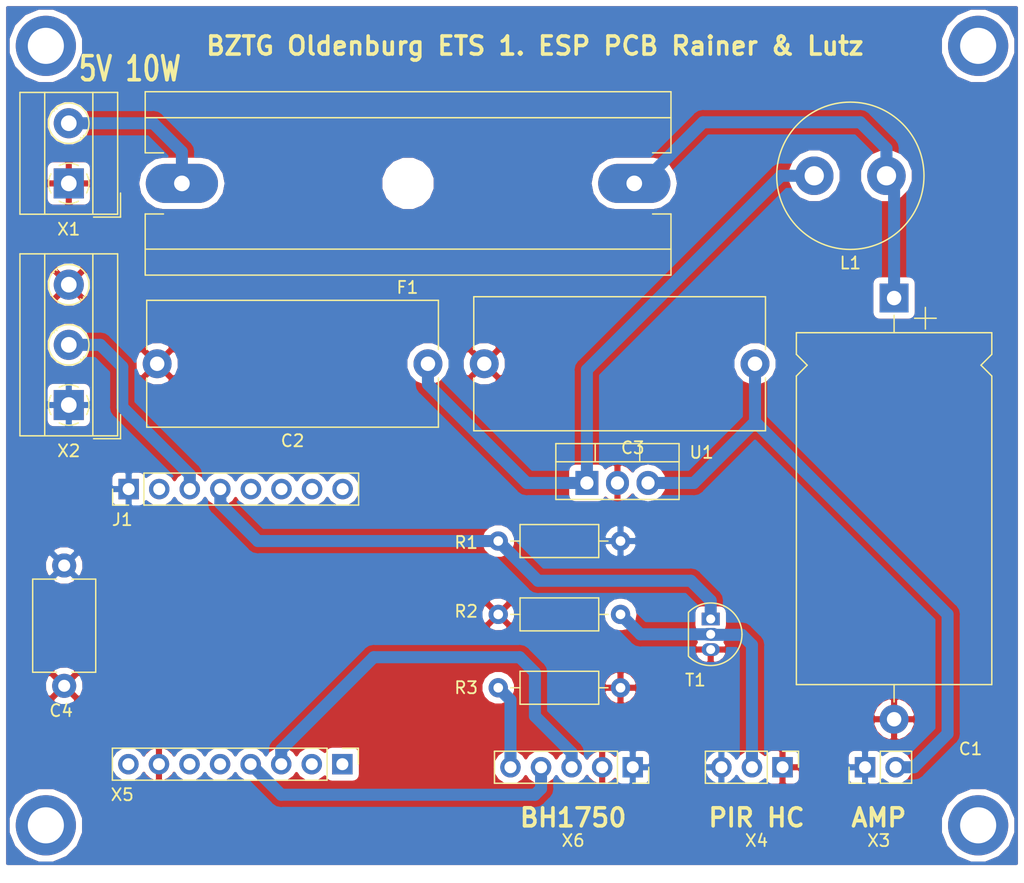
<source format=kicad_pcb>
(kicad_pcb (version 20171130) (host pcbnew "(5.0.0)")

  (general
    (thickness 1.6)
    (drawings 10)
    (tracks 59)
    (zones 0)
    (modules 18)
    (nets 23)
  )

  (page A4)
  (layers
    (0 F.Cu signal)
    (31 B.Cu signal)
    (32 B.Adhes user)
    (33 F.Adhes user)
    (34 B.Paste user)
    (35 F.Paste user)
    (36 B.SilkS user)
    (37 F.SilkS user)
    (38 B.Mask user)
    (39 F.Mask user)
    (40 Dwgs.User user)
    (41 Cmts.User user)
    (42 Eco1.User user)
    (43 Eco2.User user)
    (44 Edge.Cuts user)
    (45 Margin user)
    (46 B.CrtYd user)
    (47 F.CrtYd user)
    (48 B.Fab user)
    (49 F.Fab user)
  )

  (setup
    (last_trace_width 1)
    (user_trace_width 1)
    (trace_clearance 0.2)
    (zone_clearance 0.508)
    (zone_45_only no)
    (trace_min 0.2)
    (segment_width 0.2)
    (edge_width 0.1)
    (via_size 0.8)
    (via_drill 0.4)
    (via_min_size 0.4)
    (via_min_drill 0.3)
    (uvia_size 0.3)
    (uvia_drill 0.1)
    (uvias_allowed no)
    (uvia_min_size 0.2)
    (uvia_min_drill 0.1)
    (pcb_text_width 0.3)
    (pcb_text_size 1.5 1.5)
    (mod_edge_width 0.15)
    (mod_text_size 1 1)
    (mod_text_width 0.15)
    (pad_size 1.5 1.5)
    (pad_drill 0.6)
    (pad_to_mask_clearance 0)
    (aux_axis_origin 0 0)
    (visible_elements 7FFFFFFF)
    (pcbplotparams
      (layerselection 0x010fc_ffffffff)
      (usegerberextensions false)
      (usegerberattributes false)
      (usegerberadvancedattributes false)
      (creategerberjobfile false)
      (excludeedgelayer true)
      (linewidth 0.100000)
      (plotframeref false)
      (viasonmask false)
      (mode 1)
      (useauxorigin false)
      (hpglpennumber 1)
      (hpglpenspeed 20)
      (hpglpendiameter 15.000000)
      (psnegative false)
      (psa4output false)
      (plotreference true)
      (plotvalue true)
      (plotinvisibletext false)
      (padsonsilk false)
      (subtractmaskfromsilk false)
      (outputformat 1)
      (mirror false)
      (drillshape 1)
      (scaleselection 1)
      (outputdirectory ""))
  )

  (net 0 "")
  (net 1 "Net-(C1-Pad1)")
  (net 2 /GND)
  (net 3 "Net-(C2-Pad1)")
  (net 4 "Net-(C3-Pad1)")
  (net 5 /3,3V_VCC)
  (net 6 /5V_VCC)
  (net 7 /D8)
  (net 8 /D7)
  (net 9 /D6)
  (net 10 /D5)
  (net 11 /D0)
  (net 12 /A0)
  (net 13 /RST)
  (net 14 "Net-(R2-Pad2)")
  (net 15 /Addr)
  (net 16 /VCC_5V)
  (net 17 /D4)
  (net 18 /D3)
  (net 19 /D2)
  (net 20 /D1)
  (net 21 /RX)
  (net 22 /TX)

  (net_class Default "Dies ist die voreingestellte Netzklasse."
    (clearance 0.2)
    (trace_width 0.25)
    (via_dia 0.8)
    (via_drill 0.4)
    (uvia_dia 0.3)
    (uvia_drill 0.1)
    (add_net /3,3V_VCC)
    (add_net /5V_VCC)
    (add_net /A0)
    (add_net /Addr)
    (add_net /D0)
    (add_net /D1)
    (add_net /D2)
    (add_net /D3)
    (add_net /D4)
    (add_net /D5)
    (add_net /D6)
    (add_net /D7)
    (add_net /D8)
    (add_net /GND)
    (add_net /RST)
    (add_net /RX)
    (add_net /TX)
    (add_net /VCC_5V)
    (add_net "Net-(C1-Pad1)")
    (add_net "Net-(C2-Pad1)")
    (add_net "Net-(C3-Pad1)")
    (add_net "Net-(R2-Pad2)")
  )

  (module TerminalBlock_MetzConnect:TerminalBlock_MetzConnect_Type055_RT01502HDWU_1x02_P5.00mm_Horizontal (layer F.Cu) (tedit 5B294EA7) (tstamp 5BDCAFD6)
    (at 73.025 81.28 90)
    (descr "terminal block Metz Connect Type055_RT01502HDWU, 2 pins, pitch 5mm, size 10x8mm^2, drill diamater 1.3mm, pad diameter 2.5mm, see http://www.metz-connect.com/de/system/files/productfiles/Datenblatt_310551_RT015xxHDWU_OFF-022723S.pdf, script-generated using https://github.com/pointhi/kicad-footprint-generator/scripts/TerminalBlock_MetzConnect")
    (tags "THT terminal block Metz Connect Type055_RT01502HDWU pitch 5mm size 10x8mm^2 drill 1.3mm pad 2.5mm")
    (path /5BBFEE85)
    (fp_text reference X1 (at -3.81 0 180) (layer F.SilkS)
      (effects (font (size 1 1) (thickness 0.15)))
    )
    (fp_text value USB_VCC (at 2.5 5.06 90) (layer F.Fab)
      (effects (font (size 1 1) (thickness 0.15)))
    )
    (fp_text user %R (at 2.5 3 90) (layer F.Fab)
      (effects (font (size 1 1) (thickness 0.15)))
    )
    (fp_line (start 8 -4.5) (end -3 -4.5) (layer F.CrtYd) (width 0.05))
    (fp_line (start 8 4.5) (end 8 -4.5) (layer F.CrtYd) (width 0.05))
    (fp_line (start -3 4.5) (end 8 4.5) (layer F.CrtYd) (width 0.05))
    (fp_line (start -3 -4.5) (end -3 4.5) (layer F.CrtYd) (width 0.05))
    (fp_line (start -2.8 4.3) (end -0.8 4.3) (layer F.SilkS) (width 0.12))
    (fp_line (start -2.8 2.06) (end -2.8 4.3) (layer F.SilkS) (width 0.12))
    (fp_line (start 3.82 0.976) (end 3.726 1.069) (layer F.SilkS) (width 0.12))
    (fp_line (start 6.07 -1.275) (end 6.011 -1.216) (layer F.SilkS) (width 0.12))
    (fp_line (start 3.99 1.216) (end 3.931 1.274) (layer F.SilkS) (width 0.12))
    (fp_line (start 6.275 -1.069) (end 6.181 -0.976) (layer F.SilkS) (width 0.12))
    (fp_line (start 5.955 -1.138) (end 3.863 0.955) (layer F.Fab) (width 0.1))
    (fp_line (start 6.138 -0.955) (end 4.046 1.138) (layer F.Fab) (width 0.1))
    (fp_line (start 0.955 -1.138) (end -1.138 0.955) (layer F.Fab) (width 0.1))
    (fp_line (start 1.138 -0.955) (end -0.955 1.138) (layer F.Fab) (width 0.1))
    (fp_line (start 7.56 -4.06) (end 7.56 4.06) (layer F.SilkS) (width 0.12))
    (fp_line (start -2.56 -4.06) (end -2.56 4.06) (layer F.SilkS) (width 0.12))
    (fp_line (start -2.56 4.06) (end 7.56 4.06) (layer F.SilkS) (width 0.12))
    (fp_line (start -2.56 -4.06) (end 7.56 -4.06) (layer F.SilkS) (width 0.12))
    (fp_line (start -2.56 -2) (end 7.56 -2) (layer F.SilkS) (width 0.12))
    (fp_line (start -2.5 -2) (end 7.5 -2) (layer F.Fab) (width 0.1))
    (fp_line (start -2.56 2) (end 7.56 2) (layer F.SilkS) (width 0.12))
    (fp_line (start -2.5 2) (end 7.5 2) (layer F.Fab) (width 0.1))
    (fp_line (start -2.5 2) (end -2.5 -4) (layer F.Fab) (width 0.1))
    (fp_line (start -0.5 4) (end -2.5 2) (layer F.Fab) (width 0.1))
    (fp_line (start 7.5 4) (end -0.5 4) (layer F.Fab) (width 0.1))
    (fp_line (start 7.5 -4) (end 7.5 4) (layer F.Fab) (width 0.1))
    (fp_line (start -2.5 -4) (end 7.5 -4) (layer F.Fab) (width 0.1))
    (fp_circle (center 5 0) (end 6.68 0) (layer F.SilkS) (width 0.12))
    (fp_circle (center 5 0) (end 6.5 0) (layer F.Fab) (width 0.1))
    (fp_circle (center 0 0) (end 1.5 0) (layer F.Fab) (width 0.1))
    (fp_arc (start 0 0) (end -0.789 1.484) (angle -29) (layer F.SilkS) (width 0.12))
    (fp_arc (start 0 0) (end -1.484 -0.789) (angle -56) (layer F.SilkS) (width 0.12))
    (fp_arc (start 0 0) (end 0.789 -1.484) (angle -56) (layer F.SilkS) (width 0.12))
    (fp_arc (start 0 0) (end 1.484 0.789) (angle -56) (layer F.SilkS) (width 0.12))
    (fp_arc (start 0 0) (end 0 1.68) (angle -28) (layer F.SilkS) (width 0.12))
    (pad 2 thru_hole circle (at 5 0 90) (size 2.5 2.5) (drill 1.3) (layers *.Cu *.Mask)
      (net 6 /5V_VCC))
    (pad 1 thru_hole rect (at 0 0 90) (size 2.5 2.5) (drill 1.3) (layers *.Cu *.Mask)
      (net 2 /GND))
    (model ${KISYS3DMOD}/TerminalBlock_MetzConnect.3dshapes/TerminalBlock_MetzConnect_Type055_RT01502HDWU_1x02_P5.00mm_Horizontal.wrl
      (at (xyz 0 0 0))
      (scale (xyz 1 1 1))
      (rotate (xyz 0 0 0))
    )
  )

  (module TerminalBlock_MetzConnect:TerminalBlock_MetzConnect_Type055_RT01503HDWU_1x03_P5.00mm_Horizontal (layer F.Cu) (tedit 5B294EA7) (tstamp 5BDCB05F)
    (at 73.025 99.695 90)
    (descr "terminal block Metz Connect Type055_RT01503HDWU, 3 pins, pitch 5mm, size 15x8mm^2, drill diamater 1.3mm, pad diameter 2.5mm, see http://www.metz-connect.com/de/system/files/productfiles/Datenblatt_310551_RT015xxHDWU_OFF-022723S.pdf, script-generated using https://github.com/pointhi/kicad-footprint-generator/scripts/TerminalBlock_MetzConnect")
    (tags "THT terminal block Metz Connect Type055_RT01503HDWU pitch 5mm size 15x8mm^2 drill 1.3mm pad 2.5mm")
    (path /5BC03A5B)
    (fp_text reference X2 (at -3.81 0 180) (layer F.SilkS)
      (effects (font (size 1 1) (thickness 0.15)))
    )
    (fp_text value LED_Panel (at 5 5.06 90) (layer F.Fab)
      (effects (font (size 1 1) (thickness 0.15)))
    )
    (fp_text user %R (at 5 3 90) (layer F.Fab)
      (effects (font (size 1 1) (thickness 0.15)))
    )
    (fp_line (start 13 -4.5) (end -3 -4.5) (layer F.CrtYd) (width 0.05))
    (fp_line (start 13 4.5) (end 13 -4.5) (layer F.CrtYd) (width 0.05))
    (fp_line (start -3 4.5) (end 13 4.5) (layer F.CrtYd) (width 0.05))
    (fp_line (start -3 -4.5) (end -3 4.5) (layer F.CrtYd) (width 0.05))
    (fp_line (start -2.8 4.3) (end -0.8 4.3) (layer F.SilkS) (width 0.12))
    (fp_line (start -2.8 2.06) (end -2.8 4.3) (layer F.SilkS) (width 0.12))
    (fp_line (start 8.82 0.976) (end 8.726 1.069) (layer F.SilkS) (width 0.12))
    (fp_line (start 11.07 -1.275) (end 11.011 -1.216) (layer F.SilkS) (width 0.12))
    (fp_line (start 8.99 1.216) (end 8.931 1.274) (layer F.SilkS) (width 0.12))
    (fp_line (start 11.275 -1.069) (end 11.181 -0.976) (layer F.SilkS) (width 0.12))
    (fp_line (start 10.955 -1.138) (end 8.863 0.955) (layer F.Fab) (width 0.1))
    (fp_line (start 11.138 -0.955) (end 9.046 1.138) (layer F.Fab) (width 0.1))
    (fp_line (start 3.82 0.976) (end 3.726 1.069) (layer F.SilkS) (width 0.12))
    (fp_line (start 6.07 -1.275) (end 6.011 -1.216) (layer F.SilkS) (width 0.12))
    (fp_line (start 3.99 1.216) (end 3.931 1.274) (layer F.SilkS) (width 0.12))
    (fp_line (start 6.275 -1.069) (end 6.181 -0.976) (layer F.SilkS) (width 0.12))
    (fp_line (start 5.955 -1.138) (end 3.863 0.955) (layer F.Fab) (width 0.1))
    (fp_line (start 6.138 -0.955) (end 4.046 1.138) (layer F.Fab) (width 0.1))
    (fp_line (start 0.955 -1.138) (end -1.138 0.955) (layer F.Fab) (width 0.1))
    (fp_line (start 1.138 -0.955) (end -0.955 1.138) (layer F.Fab) (width 0.1))
    (fp_line (start 12.56 -4.06) (end 12.56 4.06) (layer F.SilkS) (width 0.12))
    (fp_line (start -2.56 -4.06) (end -2.56 4.06) (layer F.SilkS) (width 0.12))
    (fp_line (start -2.56 4.06) (end 12.56 4.06) (layer F.SilkS) (width 0.12))
    (fp_line (start -2.56 -4.06) (end 12.56 -4.06) (layer F.SilkS) (width 0.12))
    (fp_line (start -2.56 -2) (end 12.56 -2) (layer F.SilkS) (width 0.12))
    (fp_line (start -2.5 -2) (end 12.5 -2) (layer F.Fab) (width 0.1))
    (fp_line (start -2.56 2) (end 12.56 2) (layer F.SilkS) (width 0.12))
    (fp_line (start -2.5 2) (end 12.5 2) (layer F.Fab) (width 0.1))
    (fp_line (start -2.5 2) (end -2.5 -4) (layer F.Fab) (width 0.1))
    (fp_line (start -0.5 4) (end -2.5 2) (layer F.Fab) (width 0.1))
    (fp_line (start 12.5 4) (end -0.5 4) (layer F.Fab) (width 0.1))
    (fp_line (start 12.5 -4) (end 12.5 4) (layer F.Fab) (width 0.1))
    (fp_line (start -2.5 -4) (end 12.5 -4) (layer F.Fab) (width 0.1))
    (fp_circle (center 10 0) (end 11.68 0) (layer F.SilkS) (width 0.12))
    (fp_circle (center 10 0) (end 11.5 0) (layer F.Fab) (width 0.1))
    (fp_circle (center 5 0) (end 6.68 0) (layer F.SilkS) (width 0.12))
    (fp_circle (center 5 0) (end 6.5 0) (layer F.Fab) (width 0.1))
    (fp_circle (center 0 0) (end 1.5 0) (layer F.Fab) (width 0.1))
    (fp_arc (start 0 0) (end -0.789 1.484) (angle -29) (layer F.SilkS) (width 0.12))
    (fp_arc (start 0 0) (end -1.484 -0.789) (angle -56) (layer F.SilkS) (width 0.12))
    (fp_arc (start 0 0) (end 0.789 -1.484) (angle -56) (layer F.SilkS) (width 0.12))
    (fp_arc (start 0 0) (end 1.484 0.789) (angle -56) (layer F.SilkS) (width 0.12))
    (fp_arc (start 0 0) (end 0 1.68) (angle -28) (layer F.SilkS) (width 0.12))
    (pad 3 thru_hole circle (at 10 0 90) (size 2.5 2.5) (drill 1.3) (layers *.Cu *.Mask)
      (net 2 /GND))
    (pad 2 thru_hole circle (at 5 0 90) (size 2.5 2.5) (drill 1.3) (layers *.Cu *.Mask)
      (net 8 /D7))
    (pad 1 thru_hole rect (at 0 0 90) (size 2.5 2.5) (drill 1.3) (layers *.Cu *.Mask)
      (net 5 /3,3V_VCC))
    (model ${KISYS3DMOD}/TerminalBlock_MetzConnect.3dshapes/TerminalBlock_MetzConnect_Type055_RT01503HDWU_1x03_P5.00mm_Horizontal.wrl
      (at (xyz 0 0 0))
      (scale (xyz 1 1 1))
      (rotate (xyz 0 0 0))
    )
  )

  (module Capacitor_THT:CP_Axial_L29.0mm_D16.0mm_P35.00mm_Horizontal (layer F.Cu) (tedit 5AE50EF2) (tstamp 5BDCAE76)
    (at 141.605 90.805 270)
    (descr "CP, Axial series, Axial, Horizontal, pin pitch=35mm, , length*diameter=29*16mm^2, Electrolytic Capacitor, , http://www.kemet.com/Lists/ProductCatalog/Attachments/424/KEM_AC102.pdf")
    (tags "CP Axial series Axial Horizontal pin pitch 35mm  length 29mm diameter 16mm Electrolytic Capacitor")
    (path /5BB5E368)
    (fp_text reference C1 (at 37.465 -6.35) (layer F.SilkS)
      (effects (font (size 1 1) (thickness 0.15)))
    )
    (fp_text value "4,7 μF" (at 17.5 9.12 270) (layer F.Fab)
      (effects (font (size 1 1) (thickness 0.15)))
    )
    (fp_line (start 3 -8) (end 3 8) (layer F.Fab) (width 0.1))
    (fp_line (start 32 -8) (end 32 8) (layer F.Fab) (width 0.1))
    (fp_line (start 3 -8) (end 4.68 -8) (layer F.Fab) (width 0.1))
    (fp_line (start 4.68 -8) (end 5.58 -7.1) (layer F.Fab) (width 0.1))
    (fp_line (start 5.58 -7.1) (end 6.48 -8) (layer F.Fab) (width 0.1))
    (fp_line (start 6.48 -8) (end 32 -8) (layer F.Fab) (width 0.1))
    (fp_line (start 3 8) (end 4.68 8) (layer F.Fab) (width 0.1))
    (fp_line (start 4.68 8) (end 5.58 7.1) (layer F.Fab) (width 0.1))
    (fp_line (start 5.58 7.1) (end 6.48 8) (layer F.Fab) (width 0.1))
    (fp_line (start 6.48 8) (end 32 8) (layer F.Fab) (width 0.1))
    (fp_line (start 0 0) (end 3 0) (layer F.Fab) (width 0.1))
    (fp_line (start 35 0) (end 32 0) (layer F.Fab) (width 0.1))
    (fp_line (start 4.7 0) (end 6.5 0) (layer F.Fab) (width 0.1))
    (fp_line (start 5.6 -0.9) (end 5.6 0.9) (layer F.Fab) (width 0.1))
    (fp_line (start 0.78 -2.6) (end 2.58 -2.6) (layer F.SilkS) (width 0.12))
    (fp_line (start 1.68 -3.5) (end 1.68 -1.7) (layer F.SilkS) (width 0.12))
    (fp_line (start 2.88 -8.12) (end 2.88 8.12) (layer F.SilkS) (width 0.12))
    (fp_line (start 32.12 -8.12) (end 32.12 8.12) (layer F.SilkS) (width 0.12))
    (fp_line (start 2.88 -8.12) (end 4.68 -8.12) (layer F.SilkS) (width 0.12))
    (fp_line (start 4.68 -8.12) (end 5.58 -7.22) (layer F.SilkS) (width 0.12))
    (fp_line (start 5.58 -7.22) (end 6.48 -8.12) (layer F.SilkS) (width 0.12))
    (fp_line (start 6.48 -8.12) (end 32.12 -8.12) (layer F.SilkS) (width 0.12))
    (fp_line (start 2.88 8.12) (end 4.68 8.12) (layer F.SilkS) (width 0.12))
    (fp_line (start 4.68 8.12) (end 5.58 7.22) (layer F.SilkS) (width 0.12))
    (fp_line (start 5.58 7.22) (end 6.48 8.12) (layer F.SilkS) (width 0.12))
    (fp_line (start 6.48 8.12) (end 32.12 8.12) (layer F.SilkS) (width 0.12))
    (fp_line (start 1.44 0) (end 2.88 0) (layer F.SilkS) (width 0.12))
    (fp_line (start 33.56 0) (end 32.12 0) (layer F.SilkS) (width 0.12))
    (fp_line (start -1.45 -8.25) (end -1.45 8.25) (layer F.CrtYd) (width 0.05))
    (fp_line (start -1.45 8.25) (end 36.45 8.25) (layer F.CrtYd) (width 0.05))
    (fp_line (start 36.45 8.25) (end 36.45 -8.25) (layer F.CrtYd) (width 0.05))
    (fp_line (start 36.45 -8.25) (end -1.45 -8.25) (layer F.CrtYd) (width 0.05))
    (fp_text user %R (at 17.5 0 270) (layer F.Fab)
      (effects (font (size 1 1) (thickness 0.15)))
    )
    (pad 1 thru_hole rect (at 0 0 270) (size 2.4 2.4) (drill 1.2) (layers *.Cu *.Mask)
      (net 1 "Net-(C1-Pad1)"))
    (pad 2 thru_hole oval (at 35 0 270) (size 2.4 2.4) (drill 1.2) (layers *.Cu *.Mask)
      (net 2 /GND))
    (model ${KISYS3DMOD}/Capacitor_THT.3dshapes/CP_Axial_L29.0mm_D16.0mm_P35.00mm_Horizontal.wrl
      (at (xyz 0 0 0))
      (scale (xyz 1 1 1))
      (rotate (xyz 0 0 0))
    )
  )

  (module Capacitor_THT:C_Rect_L24.0mm_W10.3mm_P22.50mm_MKT (layer F.Cu) (tedit 5AE50EF0) (tstamp 5BDCAE8B)
    (at 102.87 96.266 180)
    (descr "C, Rect series, Radial, pin pitch=22.50mm, , length*width=24*10.3mm^2, Capacitor, https://en.tdk.eu/inf/20/20/db/fc_2009/MKT_B32560_564.pdf")
    (tags "C Rect series Radial pin pitch 22.50mm  length 24mm width 10.3mm Capacitor")
    (path /5BB5E3AA)
    (fp_text reference C2 (at 11.25 -6.4 180) (layer F.SilkS)
      (effects (font (size 1 1) (thickness 0.15)))
    )
    (fp_text value "10 μF" (at 11.25 6.4 180) (layer F.Fab)
      (effects (font (size 1 1) (thickness 0.15)))
    )
    (fp_line (start -0.75 -5.15) (end -0.75 5.15) (layer F.Fab) (width 0.1))
    (fp_line (start -0.75 5.15) (end 23.25 5.15) (layer F.Fab) (width 0.1))
    (fp_line (start 23.25 5.15) (end 23.25 -5.15) (layer F.Fab) (width 0.1))
    (fp_line (start 23.25 -5.15) (end -0.75 -5.15) (layer F.Fab) (width 0.1))
    (fp_line (start -0.87 -5.27) (end 23.37 -5.27) (layer F.SilkS) (width 0.12))
    (fp_line (start -0.87 5.27) (end 23.37 5.27) (layer F.SilkS) (width 0.12))
    (fp_line (start -0.87 -5.27) (end -0.87 -1.185) (layer F.SilkS) (width 0.12))
    (fp_line (start -0.87 1.185) (end -0.87 5.27) (layer F.SilkS) (width 0.12))
    (fp_line (start 23.37 -5.27) (end 23.37 -1.185) (layer F.SilkS) (width 0.12))
    (fp_line (start 23.37 1.185) (end 23.37 5.27) (layer F.SilkS) (width 0.12))
    (fp_line (start -1.45 -5.4) (end -1.45 5.4) (layer F.CrtYd) (width 0.05))
    (fp_line (start -1.45 5.4) (end 23.95 5.4) (layer F.CrtYd) (width 0.05))
    (fp_line (start 23.95 5.4) (end 23.95 -5.4) (layer F.CrtYd) (width 0.05))
    (fp_line (start 23.95 -5.4) (end -1.45 -5.4) (layer F.CrtYd) (width 0.05))
    (fp_text user %R (at 11.25 0 180) (layer F.Fab)
      (effects (font (size 1 1) (thickness 0.15)))
    )
    (pad 1 thru_hole circle (at 0 0 180) (size 2.4 2.4) (drill 1.2) (layers *.Cu *.Mask)
      (net 3 "Net-(C2-Pad1)"))
    (pad 2 thru_hole circle (at 22.5 0 180) (size 2.4 2.4) (drill 1.2) (layers *.Cu *.Mask)
      (net 2 /GND))
    (model ${KISYS3DMOD}/Capacitor_THT.3dshapes/C_Rect_L24.0mm_W10.3mm_P22.50mm_MKT.wrl
      (at (xyz 0 0 0))
      (scale (xyz 1 1 1))
      (rotate (xyz 0 0 0))
    )
  )

  (module Capacitor_THT:C_Rect_L24.0mm_W10.9mm_P22.50mm_MKT (layer F.Cu) (tedit 5AE50EF0) (tstamp 5BDCCD99)
    (at 130.048 96.266 180)
    (descr "C, Rect series, Radial, pin pitch=22.50mm, , length*width=24*10.9mm^2, Capacitor, https://en.tdk.eu/inf/20/20/db/fc_2009/MKT_B32560_564.pdf")
    (tags "C Rect series Radial pin pitch 22.50mm  length 24mm width 10.9mm Capacitor")
    (path /5BB5E4FC)
    (fp_text reference C3 (at 10.16 -6.985 180) (layer F.SilkS)
      (effects (font (size 1 1) (thickness 0.15)))
    )
    (fp_text value "22 μF" (at 11.25 6.7 180) (layer F.Fab)
      (effects (font (size 1 1) (thickness 0.15)))
    )
    (fp_line (start -0.75 -5.45) (end -0.75 5.45) (layer F.Fab) (width 0.1))
    (fp_line (start -0.75 5.45) (end 23.25 5.45) (layer F.Fab) (width 0.1))
    (fp_line (start 23.25 5.45) (end 23.25 -5.45) (layer F.Fab) (width 0.1))
    (fp_line (start 23.25 -5.45) (end -0.75 -5.45) (layer F.Fab) (width 0.1))
    (fp_line (start -0.87 -5.57) (end 23.37 -5.57) (layer F.SilkS) (width 0.12))
    (fp_line (start -0.87 5.57) (end 23.37 5.57) (layer F.SilkS) (width 0.12))
    (fp_line (start -0.87 -5.57) (end -0.87 -1.185) (layer F.SilkS) (width 0.12))
    (fp_line (start -0.87 1.185) (end -0.87 5.57) (layer F.SilkS) (width 0.12))
    (fp_line (start 23.37 -5.57) (end 23.37 -1.185) (layer F.SilkS) (width 0.12))
    (fp_line (start 23.37 1.185) (end 23.37 5.57) (layer F.SilkS) (width 0.12))
    (fp_line (start -1.45 -5.7) (end -1.45 5.7) (layer F.CrtYd) (width 0.05))
    (fp_line (start -1.45 5.7) (end 23.95 5.7) (layer F.CrtYd) (width 0.05))
    (fp_line (start 23.95 5.7) (end 23.95 -5.7) (layer F.CrtYd) (width 0.05))
    (fp_line (start 23.95 -5.7) (end -1.45 -5.7) (layer F.CrtYd) (width 0.05))
    (fp_text user %R (at 11.25 0 180) (layer F.Fab)
      (effects (font (size 1 1) (thickness 0.15)))
    )
    (pad 1 thru_hole circle (at 0 0 180) (size 2.4 2.4) (drill 1.2) (layers *.Cu *.Mask)
      (net 4 "Net-(C3-Pad1)"))
    (pad 2 thru_hole circle (at 22.5 0 180) (size 2.4 2.4) (drill 1.2) (layers *.Cu *.Mask)
      (net 2 /GND))
    (model ${KISYS3DMOD}/Capacitor_THT.3dshapes/C_Rect_L24.0mm_W10.9mm_P22.50mm_MKT.wrl
      (at (xyz 0 0 0))
      (scale (xyz 1 1 1))
      (rotate (xyz 0 0 0))
    )
  )

  (module Capacitor_THT:C_Disc_D7.5mm_W5.0mm_P10.00mm (layer F.Cu) (tedit 5AE50EF0) (tstamp 5BDCAEB5)
    (at 72.644 113.03 270)
    (descr "C, Disc series, Radial, pin pitch=10.00mm, , diameter*width=7.5*5.0mm^2, Capacitor, http://www.vishay.com/docs/28535/vy2series.pdf")
    (tags "C Disc series Radial pin pitch 10.00mm  diameter 7.5mm width 5.0mm Capacitor")
    (path /5BB857A7)
    (fp_text reference C4 (at 12.065 0.254) (layer F.SilkS)
      (effects (font (size 1 1) (thickness 0.15)))
    )
    (fp_text value "100 nF" (at 5 3.75 270) (layer F.Fab)
      (effects (font (size 1 1) (thickness 0.15)))
    )
    (fp_line (start 1.25 -2.5) (end 1.25 2.5) (layer F.Fab) (width 0.1))
    (fp_line (start 1.25 2.5) (end 8.75 2.5) (layer F.Fab) (width 0.1))
    (fp_line (start 8.75 2.5) (end 8.75 -2.5) (layer F.Fab) (width 0.1))
    (fp_line (start 8.75 -2.5) (end 1.25 -2.5) (layer F.Fab) (width 0.1))
    (fp_line (start 1.13 -2.62) (end 8.87 -2.62) (layer F.SilkS) (width 0.12))
    (fp_line (start 1.13 2.62) (end 8.87 2.62) (layer F.SilkS) (width 0.12))
    (fp_line (start 1.13 -2.62) (end 1.13 -0.636) (layer F.SilkS) (width 0.12))
    (fp_line (start 1.13 0.636) (end 1.13 2.62) (layer F.SilkS) (width 0.12))
    (fp_line (start 8.87 -2.62) (end 8.87 -0.636) (layer F.SilkS) (width 0.12))
    (fp_line (start 8.87 0.636) (end 8.87 2.62) (layer F.SilkS) (width 0.12))
    (fp_line (start -1.25 -2.75) (end -1.25 2.75) (layer F.CrtYd) (width 0.05))
    (fp_line (start -1.25 2.75) (end 11.25 2.75) (layer F.CrtYd) (width 0.05))
    (fp_line (start 11.25 2.75) (end 11.25 -2.75) (layer F.CrtYd) (width 0.05))
    (fp_line (start 11.25 -2.75) (end -1.25 -2.75) (layer F.CrtYd) (width 0.05))
    (fp_text user %R (at 5 0 270) (layer F.Fab)
      (effects (font (size 1 1) (thickness 0.15)))
    )
    (pad 1 thru_hole circle (at 0 0 270) (size 2 2) (drill 1) (layers *.Cu *.Mask)
      (net 5 /3,3V_VCC))
    (pad 2 thru_hole circle (at 10 0 270) (size 2 2) (drill 1) (layers *.Cu *.Mask)
      (net 2 /GND))
    (model ${KISYS3DMOD}/Capacitor_THT.3dshapes/C_Disc_D7.5mm_W5.0mm_P10.00mm.wrl
      (at (xyz 0 0 0))
      (scale (xyz 1 1 1))
      (rotate (xyz 0 0 0))
    )
  )

  (module Fuse:Fuseholder_Cylinder-5x20mm_Schurter_0031-8002_Horizontal_Open (layer F.Cu) (tedit 5A1C8B94) (tstamp 5BDCAEDB)
    (at 120.015 81.28 180)
    (descr "Fuseholder, horizontal, open, 6x32, Schurter, 0031.8002,")
    (tags "Fuseholder horizontal open 6x32 Schurter 0031.8002 Sicherungshalter ")
    (path /5BB5E2D1)
    (fp_text reference F1 (at 18.85 -8.65 180) (layer F.SilkS)
      (effects (font (size 1 1) (thickness 0.15)))
    )
    (fp_text value 3A_Mittelträge (at 18.95 8.8 180) (layer F.Fab)
      (effects (font (size 1 1) (thickness 0.15)))
    )
    (fp_text user %R (at 19.5 6.5 180) (layer F.Fab)
      (effects (font (size 1 1) (thickness 0.15)))
    )
    (fp_line (start -2.95 5.45) (end 40.55 5.45) (layer F.Fab) (width 0.1))
    (fp_line (start -2.95 -5.45) (end 40.55 -5.45) (layer F.Fab) (width 0.1))
    (fp_line (start -2.95 2.6) (end -2.95 7.55) (layer F.Fab) (width 0.1))
    (fp_line (start -2.95 7.55) (end 40.55 7.55) (layer F.Fab) (width 0.1))
    (fp_line (start 40.55 7.55) (end 40.55 2.6) (layer F.Fab) (width 0.1))
    (fp_line (start 40.55 2.6) (end 39.05 2.6) (layer F.Fab) (width 0.1))
    (fp_line (start 39.05 2.6) (end 39.05 -2.6) (layer F.Fab) (width 0.1))
    (fp_line (start 39.05 -2.6) (end 40.55 -2.6) (layer F.Fab) (width 0.1))
    (fp_line (start 40.55 -2.6) (end 40.55 -7.55) (layer F.Fab) (width 0.1))
    (fp_line (start 40.55 -7.55) (end -2.95 -7.55) (layer F.Fab) (width 0.1))
    (fp_line (start -2.95 -7.55) (end -2.95 -2.65) (layer F.Fab) (width 0.1))
    (fp_line (start -2.95 -2.65) (end -1.45 -2.65) (layer F.Fab) (width 0.1))
    (fp_line (start -1.45 -2.65) (end -1.45 2.6) (layer F.Fab) (width 0.1))
    (fp_line (start -1.45 2.6) (end -2.95 2.6) (layer F.Fab) (width 0.1))
    (fp_line (start -3.05 2.54) (end -3.05 7.62) (layer F.SilkS) (width 0.12))
    (fp_line (start -3.05 -7.62) (end -3.05 -2.54) (layer F.SilkS) (width 0.12))
    (fp_line (start -3.05 -2.54) (end -1.52 -2.54) (layer F.SilkS) (width 0.12))
    (fp_line (start -1.52 2.54) (end -3.05 2.54) (layer F.SilkS) (width 0.12))
    (fp_line (start 40.64 2.54) (end 40.64 7.62) (layer F.SilkS) (width 0.12))
    (fp_line (start 40.64 -7.62) (end 40.64 -2.54) (layer F.SilkS) (width 0.12))
    (fp_line (start 40.64 -2.54) (end 39.12 -2.54) (layer F.SilkS) (width 0.12))
    (fp_line (start 39.12 2.54) (end 40.64 2.54) (layer F.SilkS) (width 0.12))
    (fp_line (start -3.05 -5.46) (end 40.64 -5.46) (layer F.SilkS) (width 0.12))
    (fp_line (start 40.64 5.46) (end -3.05 5.46) (layer F.SilkS) (width 0.12))
    (fp_line (start 40.64 7.62) (end -3.05 7.62) (layer F.SilkS) (width 0.12))
    (fp_line (start -3.05 -7.62) (end 40.64 -7.62) (layer F.SilkS) (width 0.12))
    (fp_line (start -3.2 -7.8) (end 40.8 -7.8) (layer F.CrtYd) (width 0.05))
    (fp_line (start -3.2 -7.8) (end -3.2 7.8) (layer F.CrtYd) (width 0.05))
    (fp_line (start 40.8 7.8) (end 40.8 -7.8) (layer F.CrtYd) (width 0.05))
    (fp_line (start 40.8 7.8) (end -3.2 7.8) (layer F.CrtYd) (width 0.05))
    (pad "" np_thru_hole circle (at 18.8 0 180) (size 3.25 3.25) (drill 3.25) (layers *.Cu *.Mask))
    (pad 2 thru_hole oval (at 37.59 0 270) (size 3.25 6) (drill 1.3) (layers *.Cu *.Mask)
      (net 6 /5V_VCC))
    (pad 1 thru_hole oval (at 0 0 270) (size 3.25 6) (drill 1.3) (layers *.Cu *.Mask)
      (net 1 "Net-(C1-Pad1)"))
    (model ${KISYS3DMOD}/Fuse.3dshapes/Fuseholder_Cylinder-5x20mm_Schurter_0031-8002_Horizontal_Open.wrl
      (at (xyz 0 0 0))
      (scale (xyz 1 1 1))
      (rotate (xyz 0 0 0))
    )
  )

  (module Connector_PinHeader_2.54mm:PinHeader_1x08_P2.54mm_Vertical (layer F.Cu) (tedit 59FED5CC) (tstamp 5BDCAEF7)
    (at 78 106.68 90)
    (descr "Through hole straight pin header, 1x08, 2.54mm pitch, single row")
    (tags "Through hole pin header THT 1x08 2.54mm single row")
    (path /5BB617F6)
    (fp_text reference J1 (at -2.54 -0.53 180) (layer F.SilkS)
      (effects (font (size 1 1) (thickness 0.15)))
    )
    (fp_text value Conn_01x08_Male (at 0 20.11 90) (layer F.Fab)
      (effects (font (size 1 1) (thickness 0.15)))
    )
    (fp_line (start -0.635 -1.27) (end 1.27 -1.27) (layer F.Fab) (width 0.1))
    (fp_line (start 1.27 -1.27) (end 1.27 19.05) (layer F.Fab) (width 0.1))
    (fp_line (start 1.27 19.05) (end -1.27 19.05) (layer F.Fab) (width 0.1))
    (fp_line (start -1.27 19.05) (end -1.27 -0.635) (layer F.Fab) (width 0.1))
    (fp_line (start -1.27 -0.635) (end -0.635 -1.27) (layer F.Fab) (width 0.1))
    (fp_line (start -1.33 19.11) (end 1.33 19.11) (layer F.SilkS) (width 0.12))
    (fp_line (start -1.33 1.27) (end -1.33 19.11) (layer F.SilkS) (width 0.12))
    (fp_line (start 1.33 1.27) (end 1.33 19.11) (layer F.SilkS) (width 0.12))
    (fp_line (start -1.33 1.27) (end 1.33 1.27) (layer F.SilkS) (width 0.12))
    (fp_line (start -1.33 0) (end -1.33 -1.33) (layer F.SilkS) (width 0.12))
    (fp_line (start -1.33 -1.33) (end 0 -1.33) (layer F.SilkS) (width 0.12))
    (fp_line (start -1.8 -1.8) (end -1.8 19.55) (layer F.CrtYd) (width 0.05))
    (fp_line (start -1.8 19.55) (end 1.8 19.55) (layer F.CrtYd) (width 0.05))
    (fp_line (start 1.8 19.55) (end 1.8 -1.8) (layer F.CrtYd) (width 0.05))
    (fp_line (start 1.8 -1.8) (end -1.8 -1.8) (layer F.CrtYd) (width 0.05))
    (fp_text user %R (at 0 8.89 180) (layer F.Fab)
      (effects (font (size 1 1) (thickness 0.15)))
    )
    (pad 1 thru_hole rect (at 0 0 90) (size 1.7 1.7) (drill 1) (layers *.Cu *.Mask)
      (net 5 /3,3V_VCC))
    (pad 2 thru_hole oval (at 0 2.54 90) (size 1.7 1.7) (drill 1) (layers *.Cu *.Mask)
      (net 7 /D8))
    (pad 3 thru_hole oval (at 0 5.08 90) (size 1.7 1.7) (drill 1) (layers *.Cu *.Mask)
      (net 8 /D7))
    (pad 4 thru_hole oval (at 0 7.62 90) (size 1.7 1.7) (drill 1) (layers *.Cu *.Mask)
      (net 9 /D6))
    (pad 5 thru_hole oval (at 0 10.16 90) (size 1.7 1.7) (drill 1) (layers *.Cu *.Mask)
      (net 10 /D5))
    (pad 6 thru_hole oval (at 0 12.7 90) (size 1.7 1.7) (drill 1) (layers *.Cu *.Mask)
      (net 11 /D0))
    (pad 7 thru_hole oval (at 0 15.24 90) (size 1.7 1.7) (drill 1) (layers *.Cu *.Mask)
      (net 12 /A0))
    (pad 8 thru_hole oval (at 0 17.78 90) (size 1.7 1.7) (drill 1) (layers *.Cu *.Mask)
      (net 13 /RST))
    (model ${KISYS3DMOD}/Connector_PinHeader_2.54mm.3dshapes/PinHeader_1x08_P2.54mm_Vertical.wrl
      (at (xyz 0 0 0))
      (scale (xyz 1 1 1))
      (rotate (xyz 0 0 0))
    )
  )

  (module Inductor_THT:L_Radial_D12.0mm_P6.00mm_MuRATA_1900R (layer F.Cu) (tedit 5AE59B06) (tstamp 5BDCAF01)
    (at 140.97 80.645 180)
    (descr "Inductor, Radial series, Radial, pin pitch=6.00mm, , diameter=12.0mm, MuRATA, 1900R, http://www.murata-ps.com/data/magnetics/kmp_1900r.pdf")
    (tags "Inductor Radial series Radial pin pitch 6.00mm  diameter 12.0mm MuRATA 1900R")
    (path /5BB5E404)
    (fp_text reference L1 (at 3 -7.25 180) (layer F.SilkS)
      (effects (font (size 1 1) (thickness 0.15)))
    )
    (fp_text value "12 μH" (at 3 7.25 180) (layer F.Fab)
      (effects (font (size 1 1) (thickness 0.15)))
    )
    (fp_circle (center 3 0) (end 9 0) (layer F.Fab) (width 0.1))
    (fp_circle (center 3 0) (end 9.12 0) (layer F.SilkS) (width 0.12))
    (fp_circle (center 3 0) (end 9.25 0) (layer F.CrtYd) (width 0.05))
    (fp_text user %R (at 3 0 180) (layer F.Fab)
      (effects (font (size 1 1) (thickness 0.15)))
    )
    (pad 1 thru_hole circle (at 0 0 180) (size 3.2 3.2) (drill 1.6) (layers *.Cu *.Mask)
      (net 1 "Net-(C1-Pad1)"))
    (pad 2 thru_hole circle (at 6 0 180) (size 3.2 3.2) (drill 1.6) (layers *.Cu *.Mask)
      (net 3 "Net-(C2-Pad1)"))
    (model ${KISYS3DMOD}/Inductor_THT.3dshapes/L_Radial_D12.0mm_P6.00mm_MuRATA_1900R.wrl
      (at (xyz 0 0 0))
      (scale (xyz 1 1 1))
      (rotate (xyz 0 0 0))
    )
  )

  (module Resistor_THT:R_Axial_DIN0207_L6.3mm_D2.5mm_P10.16mm_Horizontal (layer F.Cu) (tedit 5AE5139B) (tstamp 5BDCAF18)
    (at 108.712 110.998)
    (descr "Resistor, Axial_DIN0207 series, Axial, Horizontal, pin pitch=10.16mm, 0.25W = 1/4W, length*diameter=6.3*2.5mm^2, http://cdn-reichelt.de/documents/datenblatt/B400/1_4W%23YAG.pdf")
    (tags "Resistor Axial_DIN0207 series Axial Horizontal pin pitch 10.16mm 0.25W = 1/4W length 6.3mm diameter 2.5mm")
    (path /5BB5F298)
    (fp_text reference R1 (at -2.667 0.127) (layer F.SilkS)
      (effects (font (size 1 1) (thickness 0.15)))
    )
    (fp_text value 10K (at 5.08 2.37) (layer F.Fab)
      (effects (font (size 1 1) (thickness 0.15)))
    )
    (fp_line (start 1.93 -1.25) (end 1.93 1.25) (layer F.Fab) (width 0.1))
    (fp_line (start 1.93 1.25) (end 8.23 1.25) (layer F.Fab) (width 0.1))
    (fp_line (start 8.23 1.25) (end 8.23 -1.25) (layer F.Fab) (width 0.1))
    (fp_line (start 8.23 -1.25) (end 1.93 -1.25) (layer F.Fab) (width 0.1))
    (fp_line (start 0 0) (end 1.93 0) (layer F.Fab) (width 0.1))
    (fp_line (start 10.16 0) (end 8.23 0) (layer F.Fab) (width 0.1))
    (fp_line (start 1.81 -1.37) (end 1.81 1.37) (layer F.SilkS) (width 0.12))
    (fp_line (start 1.81 1.37) (end 8.35 1.37) (layer F.SilkS) (width 0.12))
    (fp_line (start 8.35 1.37) (end 8.35 -1.37) (layer F.SilkS) (width 0.12))
    (fp_line (start 8.35 -1.37) (end 1.81 -1.37) (layer F.SilkS) (width 0.12))
    (fp_line (start 1.04 0) (end 1.81 0) (layer F.SilkS) (width 0.12))
    (fp_line (start 9.12 0) (end 8.35 0) (layer F.SilkS) (width 0.12))
    (fp_line (start -1.05 -1.5) (end -1.05 1.5) (layer F.CrtYd) (width 0.05))
    (fp_line (start -1.05 1.5) (end 11.21 1.5) (layer F.CrtYd) (width 0.05))
    (fp_line (start 11.21 1.5) (end 11.21 -1.5) (layer F.CrtYd) (width 0.05))
    (fp_line (start 11.21 -1.5) (end -1.05 -1.5) (layer F.CrtYd) (width 0.05))
    (fp_text user %R (at 5.08 0) (layer F.Fab)
      (effects (font (size 1 1) (thickness 0.15)))
    )
    (pad 1 thru_hole circle (at 0 0) (size 1.6 1.6) (drill 0.8) (layers *.Cu *.Mask)
      (net 9 /D6))
    (pad 2 thru_hole oval (at 10.16 0) (size 1.6 1.6) (drill 0.8) (layers *.Cu *.Mask)
      (net 5 /3,3V_VCC))
    (model ${KISYS3DMOD}/Resistor_THT.3dshapes/R_Axial_DIN0207_L6.3mm_D2.5mm_P10.16mm_Horizontal.wrl
      (at (xyz 0 0 0))
      (scale (xyz 1 1 1))
      (rotate (xyz 0 0 0))
    )
  )

  (module Resistor_THT:R_Axial_DIN0207_L6.3mm_D2.5mm_P10.16mm_Horizontal (layer F.Cu) (tedit 5AE5139B) (tstamp 5BDCAF2F)
    (at 108.712 117.094)
    (descr "Resistor, Axial_DIN0207 series, Axial, Horizontal, pin pitch=10.16mm, 0.25W = 1/4W, length*diameter=6.3*2.5mm^2, http://cdn-reichelt.de/documents/datenblatt/B400/1_4W%23YAG.pdf")
    (tags "Resistor Axial_DIN0207 series Axial Horizontal pin pitch 10.16mm 0.25W = 1/4W length 6.3mm diameter 2.5mm")
    (path /5BB5F309)
    (fp_text reference R2 (at -2.667 -0.254) (layer F.SilkS)
      (effects (font (size 1 1) (thickness 0.15)))
    )
    (fp_text value 5K (at 5.08 2.37) (layer F.Fab)
      (effects (font (size 1 1) (thickness 0.15)))
    )
    (fp_text user %R (at 5.08 0) (layer F.Fab)
      (effects (font (size 1 1) (thickness 0.15)))
    )
    (fp_line (start 11.21 -1.5) (end -1.05 -1.5) (layer F.CrtYd) (width 0.05))
    (fp_line (start 11.21 1.5) (end 11.21 -1.5) (layer F.CrtYd) (width 0.05))
    (fp_line (start -1.05 1.5) (end 11.21 1.5) (layer F.CrtYd) (width 0.05))
    (fp_line (start -1.05 -1.5) (end -1.05 1.5) (layer F.CrtYd) (width 0.05))
    (fp_line (start 9.12 0) (end 8.35 0) (layer F.SilkS) (width 0.12))
    (fp_line (start 1.04 0) (end 1.81 0) (layer F.SilkS) (width 0.12))
    (fp_line (start 8.35 -1.37) (end 1.81 -1.37) (layer F.SilkS) (width 0.12))
    (fp_line (start 8.35 1.37) (end 8.35 -1.37) (layer F.SilkS) (width 0.12))
    (fp_line (start 1.81 1.37) (end 8.35 1.37) (layer F.SilkS) (width 0.12))
    (fp_line (start 1.81 -1.37) (end 1.81 1.37) (layer F.SilkS) (width 0.12))
    (fp_line (start 10.16 0) (end 8.23 0) (layer F.Fab) (width 0.1))
    (fp_line (start 0 0) (end 1.93 0) (layer F.Fab) (width 0.1))
    (fp_line (start 8.23 -1.25) (end 1.93 -1.25) (layer F.Fab) (width 0.1))
    (fp_line (start 8.23 1.25) (end 8.23 -1.25) (layer F.Fab) (width 0.1))
    (fp_line (start 1.93 1.25) (end 8.23 1.25) (layer F.Fab) (width 0.1))
    (fp_line (start 1.93 -1.25) (end 1.93 1.25) (layer F.Fab) (width 0.1))
    (pad 2 thru_hole oval (at 10.16 0) (size 1.6 1.6) (drill 0.8) (layers *.Cu *.Mask)
      (net 14 "Net-(R2-Pad2)"))
    (pad 1 thru_hole circle (at 0 0) (size 1.6 1.6) (drill 0.8) (layers *.Cu *.Mask)
      (net 2 /GND))
    (model ${KISYS3DMOD}/Resistor_THT.3dshapes/R_Axial_DIN0207_L6.3mm_D2.5mm_P10.16mm_Horizontal.wrl
      (at (xyz 0 0 0))
      (scale (xyz 1 1 1))
      (rotate (xyz 0 0 0))
    )
  )

  (module Resistor_THT:R_Axial_DIN0207_L6.3mm_D2.5mm_P10.16mm_Horizontal (layer F.Cu) (tedit 5AE5139B) (tstamp 5BD09856)
    (at 108.712 123.19)
    (descr "Resistor, Axial_DIN0207 series, Axial, Horizontal, pin pitch=10.16mm, 0.25W = 1/4W, length*diameter=6.3*2.5mm^2, http://cdn-reichelt.de/documents/datenblatt/B400/1_4W%23YAG.pdf")
    (tags "Resistor Axial_DIN0207 series Axial Horizontal pin pitch 10.16mm 0.25W = 1/4W length 6.3mm diameter 2.5mm")
    (path /5BB653CA)
    (fp_text reference R3 (at -2.667 0) (layer F.SilkS)
      (effects (font (size 1 1) (thickness 0.15)))
    )
    (fp_text value 1K (at 5.08 2.37) (layer F.Fab)
      (effects (font (size 1 1) (thickness 0.15)))
    )
    (fp_line (start 1.93 -1.25) (end 1.93 1.25) (layer F.Fab) (width 0.1))
    (fp_line (start 1.93 1.25) (end 8.23 1.25) (layer F.Fab) (width 0.1))
    (fp_line (start 8.23 1.25) (end 8.23 -1.25) (layer F.Fab) (width 0.1))
    (fp_line (start 8.23 -1.25) (end 1.93 -1.25) (layer F.Fab) (width 0.1))
    (fp_line (start 0 0) (end 1.93 0) (layer F.Fab) (width 0.1))
    (fp_line (start 10.16 0) (end 8.23 0) (layer F.Fab) (width 0.1))
    (fp_line (start 1.81 -1.37) (end 1.81 1.37) (layer F.SilkS) (width 0.12))
    (fp_line (start 1.81 1.37) (end 8.35 1.37) (layer F.SilkS) (width 0.12))
    (fp_line (start 8.35 1.37) (end 8.35 -1.37) (layer F.SilkS) (width 0.12))
    (fp_line (start 8.35 -1.37) (end 1.81 -1.37) (layer F.SilkS) (width 0.12))
    (fp_line (start 1.04 0) (end 1.81 0) (layer F.SilkS) (width 0.12))
    (fp_line (start 9.12 0) (end 8.35 0) (layer F.SilkS) (width 0.12))
    (fp_line (start -1.05 -1.5) (end -1.05 1.5) (layer F.CrtYd) (width 0.05))
    (fp_line (start -1.05 1.5) (end 11.21 1.5) (layer F.CrtYd) (width 0.05))
    (fp_line (start 11.21 1.5) (end 11.21 -1.5) (layer F.CrtYd) (width 0.05))
    (fp_line (start 11.21 -1.5) (end -1.05 -1.5) (layer F.CrtYd) (width 0.05))
    (fp_text user %R (at 5.08 0) (layer F.Fab)
      (effects (font (size 1 1) (thickness 0.15)))
    )
    (pad 1 thru_hole circle (at 0 0) (size 1.6 1.6) (drill 0.8) (layers *.Cu *.Mask)
      (net 15 /Addr))
    (pad 2 thru_hole oval (at 10.16 0) (size 1.6 1.6) (drill 0.8) (layers *.Cu *.Mask)
      (net 2 /GND))
    (model ${KISYS3DMOD}/Resistor_THT.3dshapes/R_Axial_DIN0207_L6.3mm_D2.5mm_P10.16mm_Horizontal.wrl
      (at (xyz 0 0 0))
      (scale (xyz 1 1 1))
      (rotate (xyz 0 0 0))
    )
  )

  (module Package_TO_SOT_THT:TO-92_Inline (layer F.Cu) (tedit 5A1DD157) (tstamp 5BDCAF58)
    (at 126.365 117.475 270)
    (descr "TO-92 leads in-line, narrow, oval pads, drill 0.75mm (see NXP sot054_po.pdf)")
    (tags "to-92 sc-43 sc-43a sot54 PA33 transistor")
    (path /5BB5F4F7)
    (fp_text reference T1 (at 5.08 1.27) (layer F.SilkS)
      (effects (font (size 1 1) (thickness 0.15)))
    )
    (fp_text value BC413 (at 1.27 2.79 270) (layer F.Fab)
      (effects (font (size 1 1) (thickness 0.15)))
    )
    (fp_text user %R (at 1.27 -3.56 270) (layer F.Fab)
      (effects (font (size 1 1) (thickness 0.15)))
    )
    (fp_line (start -0.53 1.85) (end 3.07 1.85) (layer F.SilkS) (width 0.12))
    (fp_line (start -0.5 1.75) (end 3 1.75) (layer F.Fab) (width 0.1))
    (fp_line (start -1.46 -2.73) (end 4 -2.73) (layer F.CrtYd) (width 0.05))
    (fp_line (start -1.46 -2.73) (end -1.46 2.01) (layer F.CrtYd) (width 0.05))
    (fp_line (start 4 2.01) (end 4 -2.73) (layer F.CrtYd) (width 0.05))
    (fp_line (start 4 2.01) (end -1.46 2.01) (layer F.CrtYd) (width 0.05))
    (fp_arc (start 1.27 0) (end 1.27 -2.48) (angle 135) (layer F.Fab) (width 0.1))
    (fp_arc (start 1.27 0) (end 1.27 -2.6) (angle -135) (layer F.SilkS) (width 0.12))
    (fp_arc (start 1.27 0) (end 1.27 -2.48) (angle -135) (layer F.Fab) (width 0.1))
    (fp_arc (start 1.27 0) (end 1.27 -2.6) (angle 135) (layer F.SilkS) (width 0.12))
    (pad 2 thru_hole oval (at 1.27 0 270) (size 1.05 1.5) (drill 0.75) (layers *.Cu *.Mask)
      (net 14 "Net-(R2-Pad2)"))
    (pad 3 thru_hole oval (at 2.54 0 270) (size 1.05 1.5) (drill 0.75) (layers *.Cu *.Mask)
      (net 2 /GND))
    (pad 1 thru_hole rect (at 0 0 270) (size 1.05 1.5) (drill 0.75) (layers *.Cu *.Mask)
      (net 9 /D6))
    (model ${KISYS3DMOD}/Package_TO_SOT_THT.3dshapes/TO-92_Inline.wrl
      (at (xyz 0 0 0))
      (scale (xyz 1 1 1))
      (rotate (xyz 0 0 0))
    )
  )

  (module Package_TO_SOT_THT:TO-220-3_Vertical (layer F.Cu) (tedit 5AC8BA0D) (tstamp 5BDCAF72)
    (at 116.078 106.172)
    (descr "TO-220-3, Vertical, RM 2.54mm, see https://www.vishay.com/docs/66542/to-220-1.pdf")
    (tags "TO-220-3 Vertical RM 2.54mm")
    (path /5BB5E49F)
    (fp_text reference U1 (at 9.525 -2.54) (layer F.SilkS)
      (effects (font (size 1 1) (thickness 0.15)))
    )
    (fp_text value "AMSR01-783.3-NZ 3.3V" (at 2.54 2.5) (layer F.Fab)
      (effects (font (size 1 1) (thickness 0.15)))
    )
    (fp_line (start -2.46 -3.15) (end -2.46 1.25) (layer F.Fab) (width 0.1))
    (fp_line (start -2.46 1.25) (end 7.54 1.25) (layer F.Fab) (width 0.1))
    (fp_line (start 7.54 1.25) (end 7.54 -3.15) (layer F.Fab) (width 0.1))
    (fp_line (start 7.54 -3.15) (end -2.46 -3.15) (layer F.Fab) (width 0.1))
    (fp_line (start -2.46 -1.88) (end 7.54 -1.88) (layer F.Fab) (width 0.1))
    (fp_line (start 0.69 -3.15) (end 0.69 -1.88) (layer F.Fab) (width 0.1))
    (fp_line (start 4.39 -3.15) (end 4.39 -1.88) (layer F.Fab) (width 0.1))
    (fp_line (start -2.58 -3.27) (end 7.66 -3.27) (layer F.SilkS) (width 0.12))
    (fp_line (start -2.58 1.371) (end 7.66 1.371) (layer F.SilkS) (width 0.12))
    (fp_line (start -2.58 -3.27) (end -2.58 1.371) (layer F.SilkS) (width 0.12))
    (fp_line (start 7.66 -3.27) (end 7.66 1.371) (layer F.SilkS) (width 0.12))
    (fp_line (start -2.58 -1.76) (end 7.66 -1.76) (layer F.SilkS) (width 0.12))
    (fp_line (start 0.69 -3.27) (end 0.69 -1.76) (layer F.SilkS) (width 0.12))
    (fp_line (start 4.391 -3.27) (end 4.391 -1.76) (layer F.SilkS) (width 0.12))
    (fp_line (start -2.71 -3.4) (end -2.71 1.51) (layer F.CrtYd) (width 0.05))
    (fp_line (start -2.71 1.51) (end 7.79 1.51) (layer F.CrtYd) (width 0.05))
    (fp_line (start 7.79 1.51) (end 7.79 -3.4) (layer F.CrtYd) (width 0.05))
    (fp_line (start 7.79 -3.4) (end -2.71 -3.4) (layer F.CrtYd) (width 0.05))
    (fp_text user %R (at 2.54 -4.27) (layer F.Fab)
      (effects (font (size 1 1) (thickness 0.15)))
    )
    (pad 1 thru_hole rect (at 0 0) (size 1.905 2) (drill 1.1) (layers *.Cu *.Mask)
      (net 3 "Net-(C2-Pad1)"))
    (pad 2 thru_hole oval (at 2.54 0) (size 1.905 2) (drill 1.1) (layers *.Cu *.Mask)
      (net 2 /GND))
    (pad 3 thru_hole oval (at 5.08 0) (size 1.905 2) (drill 1.1) (layers *.Cu *.Mask)
      (net 4 "Net-(C3-Pad1)"))
    (model ${KISYS3DMOD}/Package_TO_SOT_THT.3dshapes/TO-220-3_Vertical.wrl
      (at (xyz 0 0 0))
      (scale (xyz 1 1 1))
      (rotate (xyz 0 0 0))
    )
  )

  (module Connector_PinHeader_2.54mm:PinHeader_1x02_P2.54mm_Vertical (layer F.Cu) (tedit 59FED5CC) (tstamp 5BDCB075)
    (at 139.192 129.794 90)
    (descr "Through hole straight pin header, 1x02, 2.54mm pitch, single row")
    (tags "Through hole pin header THT 1x02 2.54mm single row")
    (path /5BB5E9F7)
    (fp_text reference X3 (at -6.096 1.143 180) (layer F.SilkS)
      (effects (font (size 1 1) (thickness 0.15)))
    )
    (fp_text value Strommessung (at 0 4.87 90) (layer F.Fab)
      (effects (font (size 1 1) (thickness 0.15)))
    )
    (fp_line (start -0.635 -1.27) (end 1.27 -1.27) (layer F.Fab) (width 0.1))
    (fp_line (start 1.27 -1.27) (end 1.27 3.81) (layer F.Fab) (width 0.1))
    (fp_line (start 1.27 3.81) (end -1.27 3.81) (layer F.Fab) (width 0.1))
    (fp_line (start -1.27 3.81) (end -1.27 -0.635) (layer F.Fab) (width 0.1))
    (fp_line (start -1.27 -0.635) (end -0.635 -1.27) (layer F.Fab) (width 0.1))
    (fp_line (start -1.33 3.87) (end 1.33 3.87) (layer F.SilkS) (width 0.12))
    (fp_line (start -1.33 1.27) (end -1.33 3.87) (layer F.SilkS) (width 0.12))
    (fp_line (start 1.33 1.27) (end 1.33 3.87) (layer F.SilkS) (width 0.12))
    (fp_line (start -1.33 1.27) (end 1.33 1.27) (layer F.SilkS) (width 0.12))
    (fp_line (start -1.33 0) (end -1.33 -1.33) (layer F.SilkS) (width 0.12))
    (fp_line (start -1.33 -1.33) (end 0 -1.33) (layer F.SilkS) (width 0.12))
    (fp_line (start -1.8 -1.8) (end -1.8 4.35) (layer F.CrtYd) (width 0.05))
    (fp_line (start -1.8 4.35) (end 1.8 4.35) (layer F.CrtYd) (width 0.05))
    (fp_line (start 1.8 4.35) (end 1.8 -1.8) (layer F.CrtYd) (width 0.05))
    (fp_line (start 1.8 -1.8) (end -1.8 -1.8) (layer F.CrtYd) (width 0.05))
    (fp_text user %R (at 0 1.27 180) (layer F.Fab)
      (effects (font (size 1 1) (thickness 0.15)))
    )
    (pad 1 thru_hole rect (at 0 0 90) (size 1.7 1.7) (drill 1) (layers *.Cu *.Mask)
      (net 5 /3,3V_VCC))
    (pad 2 thru_hole oval (at 0 2.54 90) (size 1.7 1.7) (drill 1) (layers *.Cu *.Mask)
      (net 4 "Net-(C3-Pad1)"))
    (model ${KISYS3DMOD}/Connector_PinHeader_2.54mm.3dshapes/PinHeader_1x02_P2.54mm_Vertical.wrl
      (at (xyz 0 0 0))
      (scale (xyz 1 1 1))
      (rotate (xyz 0 0 0))
    )
  )

  (module Connector_PinHeader_2.54mm:PinHeader_1x03_P2.54mm_Vertical (layer F.Cu) (tedit 59FED5CC) (tstamp 5BDCB08C)
    (at 132.334 129.794 270)
    (descr "Through hole straight pin header, 1x03, 2.54mm pitch, single row")
    (tags "Through hole pin header THT 1x03 2.54mm single row")
    (path /5BB6041C)
    (fp_text reference X4 (at 6.096 2.159) (layer F.SilkS)
      (effects (font (size 1 1) (thickness 0.15)))
    )
    (fp_text value PIR-HC-SR501 (at 0 7.41 270) (layer F.Fab)
      (effects (font (size 1 1) (thickness 0.15)))
    )
    (fp_line (start -0.635 -1.27) (end 1.27 -1.27) (layer F.Fab) (width 0.1))
    (fp_line (start 1.27 -1.27) (end 1.27 6.35) (layer F.Fab) (width 0.1))
    (fp_line (start 1.27 6.35) (end -1.27 6.35) (layer F.Fab) (width 0.1))
    (fp_line (start -1.27 6.35) (end -1.27 -0.635) (layer F.Fab) (width 0.1))
    (fp_line (start -1.27 -0.635) (end -0.635 -1.27) (layer F.Fab) (width 0.1))
    (fp_line (start -1.33 6.41) (end 1.33 6.41) (layer F.SilkS) (width 0.12))
    (fp_line (start -1.33 1.27) (end -1.33 6.41) (layer F.SilkS) (width 0.12))
    (fp_line (start 1.33 1.27) (end 1.33 6.41) (layer F.SilkS) (width 0.12))
    (fp_line (start -1.33 1.27) (end 1.33 1.27) (layer F.SilkS) (width 0.12))
    (fp_line (start -1.33 0) (end -1.33 -1.33) (layer F.SilkS) (width 0.12))
    (fp_line (start -1.33 -1.33) (end 0 -1.33) (layer F.SilkS) (width 0.12))
    (fp_line (start -1.8 -1.8) (end -1.8 6.85) (layer F.CrtYd) (width 0.05))
    (fp_line (start -1.8 6.85) (end 1.8 6.85) (layer F.CrtYd) (width 0.05))
    (fp_line (start 1.8 6.85) (end 1.8 -1.8) (layer F.CrtYd) (width 0.05))
    (fp_line (start 1.8 -1.8) (end -1.8 -1.8) (layer F.CrtYd) (width 0.05))
    (fp_text user %R (at 0 2.54) (layer F.Fab)
      (effects (font (size 1 1) (thickness 0.15)))
    )
    (pad 1 thru_hole rect (at 0 0 270) (size 1.7 1.7) (drill 1) (layers *.Cu *.Mask)
      (net 2 /GND))
    (pad 2 thru_hole oval (at 0 2.54 270) (size 1.7 1.7) (drill 1) (layers *.Cu *.Mask)
      (net 14 "Net-(R2-Pad2)"))
    (pad 3 thru_hole oval (at 0 5.08 270) (size 1.7 1.7) (drill 1) (layers *.Cu *.Mask)
      (net 5 /3,3V_VCC))
    (model ${KISYS3DMOD}/Connector_PinHeader_2.54mm.3dshapes/PinHeader_1x03_P2.54mm_Vertical.wrl
      (at (xyz 0 0 0))
      (scale (xyz 1 1 1))
      (rotate (xyz 0 0 0))
    )
  )

  (module Connector_PinHeader_2.54mm:PinHeader_1x08_P2.54mm_Vertical (layer F.Cu) (tedit 59FED5CC) (tstamp 5BDCB0A8)
    (at 95.758 129.54 270)
    (descr "Through hole straight pin header, 1x08, 2.54mm pitch, single row")
    (tags "Through hole pin header THT 1x08 2.54mm single row")
    (path /5BB6187C)
    (fp_text reference X5 (at 2.54 18.288) (layer F.SilkS)
      (effects (font (size 1 1) (thickness 0.15)))
    )
    (fp_text value "WeMos D1 Mini ESP 8266" (at 0 20.11 270) (layer F.Fab)
      (effects (font (size 1 1) (thickness 0.15)))
    )
    (fp_text user %R (at 0 8.89) (layer F.Fab)
      (effects (font (size 1 1) (thickness 0.15)))
    )
    (fp_line (start 1.8 -1.8) (end -1.8 -1.8) (layer F.CrtYd) (width 0.05))
    (fp_line (start 1.8 19.55) (end 1.8 -1.8) (layer F.CrtYd) (width 0.05))
    (fp_line (start -1.8 19.55) (end 1.8 19.55) (layer F.CrtYd) (width 0.05))
    (fp_line (start -1.8 -1.8) (end -1.8 19.55) (layer F.CrtYd) (width 0.05))
    (fp_line (start -1.33 -1.33) (end 0 -1.33) (layer F.SilkS) (width 0.12))
    (fp_line (start -1.33 0) (end -1.33 -1.33) (layer F.SilkS) (width 0.12))
    (fp_line (start -1.33 1.27) (end 1.33 1.27) (layer F.SilkS) (width 0.12))
    (fp_line (start 1.33 1.27) (end 1.33 19.11) (layer F.SilkS) (width 0.12))
    (fp_line (start -1.33 1.27) (end -1.33 19.11) (layer F.SilkS) (width 0.12))
    (fp_line (start -1.33 19.11) (end 1.33 19.11) (layer F.SilkS) (width 0.12))
    (fp_line (start -1.27 -0.635) (end -0.635 -1.27) (layer F.Fab) (width 0.1))
    (fp_line (start -1.27 19.05) (end -1.27 -0.635) (layer F.Fab) (width 0.1))
    (fp_line (start 1.27 19.05) (end -1.27 19.05) (layer F.Fab) (width 0.1))
    (fp_line (start 1.27 -1.27) (end 1.27 19.05) (layer F.Fab) (width 0.1))
    (fp_line (start -0.635 -1.27) (end 1.27 -1.27) (layer F.Fab) (width 0.1))
    (pad 8 thru_hole oval (at 0 17.78 270) (size 1.7 1.7) (drill 1) (layers *.Cu *.Mask)
      (net 16 /VCC_5V))
    (pad 7 thru_hole oval (at 0 15.24 270) (size 1.7 1.7) (drill 1) (layers *.Cu *.Mask)
      (net 2 /GND))
    (pad 6 thru_hole oval (at 0 12.7 270) (size 1.7 1.7) (drill 1) (layers *.Cu *.Mask)
      (net 17 /D4))
    (pad 5 thru_hole oval (at 0 10.16 270) (size 1.7 1.7) (drill 1) (layers *.Cu *.Mask)
      (net 18 /D3))
    (pad 4 thru_hole oval (at 0 7.62 270) (size 1.7 1.7) (drill 1) (layers *.Cu *.Mask)
      (net 19 /D2))
    (pad 3 thru_hole oval (at 0 5.08 270) (size 1.7 1.7) (drill 1) (layers *.Cu *.Mask)
      (net 20 /D1))
    (pad 2 thru_hole oval (at 0 2.54 270) (size 1.7 1.7) (drill 1) (layers *.Cu *.Mask)
      (net 21 /RX))
    (pad 1 thru_hole rect (at 0 0 270) (size 1.7 1.7) (drill 1) (layers *.Cu *.Mask)
      (net 22 /TX))
    (model ${KISYS3DMOD}/Connector_PinHeader_2.54mm.3dshapes/PinHeader_1x08_P2.54mm_Vertical.wrl
      (at (xyz 0 0 0))
      (scale (xyz 1 1 1))
      (rotate (xyz 0 0 0))
    )
  )

  (module Connector_PinSocket_2.54mm:PinSocket_1x05_P2.54mm_Vertical (layer F.Cu) (tedit 5A19A420) (tstamp 5BDCB0C1)
    (at 119.888 129.794 270)
    (descr "Through hole straight socket strip, 1x05, 2.54mm pitch, single row (from Kicad 4.0.7), script generated")
    (tags "Through hole socket strip THT 1x05 2.54mm single row")
    (path /5BB65F1B)
    (fp_text reference X6 (at 6.096 4.953) (layer F.SilkS)
      (effects (font (size 1 1) (thickness 0.15)))
    )
    (fp_text value BH1750 (at 0 12.93 270) (layer F.Fab)
      (effects (font (size 1 1) (thickness 0.15)))
    )
    (fp_line (start -1.27 -1.27) (end 0.635 -1.27) (layer F.Fab) (width 0.1))
    (fp_line (start 0.635 -1.27) (end 1.27 -0.635) (layer F.Fab) (width 0.1))
    (fp_line (start 1.27 -0.635) (end 1.27 11.43) (layer F.Fab) (width 0.1))
    (fp_line (start 1.27 11.43) (end -1.27 11.43) (layer F.Fab) (width 0.1))
    (fp_line (start -1.27 11.43) (end -1.27 -1.27) (layer F.Fab) (width 0.1))
    (fp_line (start -1.33 1.27) (end 1.33 1.27) (layer F.SilkS) (width 0.12))
    (fp_line (start -1.33 1.27) (end -1.33 11.49) (layer F.SilkS) (width 0.12))
    (fp_line (start -1.33 11.49) (end 1.33 11.49) (layer F.SilkS) (width 0.12))
    (fp_line (start 1.33 1.27) (end 1.33 11.49) (layer F.SilkS) (width 0.12))
    (fp_line (start 1.33 -1.33) (end 1.33 0) (layer F.SilkS) (width 0.12))
    (fp_line (start 0 -1.33) (end 1.33 -1.33) (layer F.SilkS) (width 0.12))
    (fp_line (start -1.8 -1.8) (end 1.75 -1.8) (layer F.CrtYd) (width 0.05))
    (fp_line (start 1.75 -1.8) (end 1.75 11.9) (layer F.CrtYd) (width 0.05))
    (fp_line (start 1.75 11.9) (end -1.8 11.9) (layer F.CrtYd) (width 0.05))
    (fp_line (start -1.8 11.9) (end -1.8 -1.8) (layer F.CrtYd) (width 0.05))
    (fp_text user %R (at 0 5.08) (layer F.Fab)
      (effects (font (size 1 1) (thickness 0.15)))
    )
    (pad 1 thru_hole rect (at 0 0 270) (size 1.7 1.7) (drill 1) (layers *.Cu *.Mask)
      (net 5 /3,3V_VCC))
    (pad 2 thru_hole oval (at 0 2.54 270) (size 1.7 1.7) (drill 1) (layers *.Cu *.Mask)
      (net 2 /GND))
    (pad 3 thru_hole oval (at 0 5.08 270) (size 1.7 1.7) (drill 1) (layers *.Cu *.Mask)
      (net 20 /D1))
    (pad 4 thru_hole oval (at 0 7.62 270) (size 1.7 1.7) (drill 1) (layers *.Cu *.Mask)
      (net 19 /D2))
    (pad 5 thru_hole oval (at 0 10.16 270) (size 1.7 1.7) (drill 1) (layers *.Cu *.Mask)
      (net 15 /Addr))
    (model ${KISYS3DMOD}/Connector_PinSocket_2.54mm.3dshapes/PinSocket_1x05_P2.54mm_Vertical.wrl
      (at (xyz 0 0 0))
      (scale (xyz 1 1 1))
      (rotate (xyz 0 0 0))
    )
  )

  (gr_text "5V 10W" (at 78.105 71.755) (layer F.SilkS)
    (effects (font (size 2 1.5) (thickness 0.3)))
  )
  (gr_text BH1750 (at 114.935 133.985) (layer F.SilkS)
    (effects (font (size 1.5 1.5) (thickness 0.3)))
  )
  (gr_text "PIR HC" (at 130.175 133.985) (layer F.SilkS)
    (effects (font (size 1.5 1.5) (thickness 0.3)))
  )
  (gr_text AMP (at 140.335 133.985) (layer F.SilkS)
    (effects (font (size 1.5 1.5) (thickness 0.3)))
  )
  (gr_text "BZTG Oldenburg ETS 1. ESP PCB Rainer & Lutz" (at 111.76 69.85) (layer F.SilkS)
    (effects (font (size 1.5 1.5) (thickness 0.3)))
  )
  (gr_line (start 67.31 66.04) (end 67.31 138.43) (layer Edge.Cuts) (width 0.001))
  (gr_line (start 152.4 66.04) (end 67.31 66.04) (layer Edge.Cuts) (width 0.001))
  (gr_line (start 152.4 67.31) (end 152.4 66.04) (layer Edge.Cuts) (width 0.001))
  (gr_line (start 152.4 138.43) (end 67.31 138.43) (layer Edge.Cuts) (width 0.001))
  (gr_line (start 152.4 67.31) (end 152.4 138.43) (layer Edge.Cuts) (width 0.001))

  (via (at 148.59 69.85) (size 5) (drill 3) (layers F.Cu B.Cu) (net 0) (tstamp 5BD09F48))
  (via (at 71.12 69.85) (size 5) (drill 3) (layers F.Cu B.Cu) (net 0) (tstamp 5BD09F4D))
  (via (at 71.12 134.62) (size 5) (drill 3) (layers F.Cu B.Cu) (net 0) (tstamp 5BD09F3B))
  (via (at 148.59 134.62) (size 5) (drill 3) (layers F.Cu B.Cu) (net 0))
  (segment (start 141.605 81.28) (end 140.97 80.645) (width 1) (layer B.Cu) (net 1))
  (segment (start 141.605 90.805) (end 141.605 81.28) (width 1) (layer B.Cu) (net 1))
  (segment (start 140.97 78.382259) (end 138.787741 76.2) (width 1) (layer B.Cu) (net 1))
  (segment (start 140.97 80.645) (end 140.97 78.382259) (width 1) (layer B.Cu) (net 1))
  (segment (start 138.787741 76.2) (end 125.73 76.2) (width 1) (layer B.Cu) (net 1))
  (segment (start 125.73 76.2) (end 121.92 80.01) (width 1) (layer B.Cu) (net 1))
  (segment (start 114.1255 106.172) (end 116.078 106.172) (width 1) (layer B.Cu) (net 3))
  (segment (start 111.078944 106.172) (end 114.1255 106.172) (width 1) (layer B.Cu) (net 3))
  (segment (start 102.87 97.963056) (end 111.078944 106.172) (width 1) (layer B.Cu) (net 3))
  (segment (start 102.87 96.266) (end 102.87 97.963056) (width 1) (layer B.Cu) (net 3))
  (segment (start 134.97 80.645) (end 132.207 80.645) (width 1) (layer B.Cu) (net 3))
  (segment (start 116.078 96.774) (end 116.078 106.172) (width 1) (layer B.Cu) (net 3))
  (segment (start 132.207 80.645) (end 116.078 96.774) (width 1) (layer B.Cu) (net 3))
  (segment (start 130.048 96.266) (end 130.048 101.092) (width 1) (layer B.Cu) (net 4))
  (segment (start 124.968 106.172) (end 121.158 106.172) (width 1) (layer B.Cu) (net 4))
  (segment (start 130.048 101.092) (end 124.968 106.172) (width 1) (layer B.Cu) (net 4))
  (segment (start 146.05 117.094) (end 130.048 101.092) (width 1) (layer B.Cu) (net 4))
  (segment (start 146.05 127) (end 146.05 117.094) (width 1) (layer B.Cu) (net 4))
  (segment (start 141.732 129.794) (end 143.256 129.794) (width 1) (layer B.Cu) (net 4))
  (segment (start 143.256 129.794) (end 146.05 127) (width 1) (layer B.Cu) (net 4))
  (segment (start 82.425 78.655) (end 82.425 81.28) (width 1) (layer B.Cu) (net 6))
  (segment (start 80.05 76.28) (end 82.425 78.655) (width 1) (layer B.Cu) (net 6))
  (segment (start 73.025 76.28) (end 80.05 76.28) (width 1) (layer B.Cu) (net 6))
  (segment (start 83.08 105.477919) (end 77.47 99.867919) (width 1) (layer B.Cu) (net 8))
  (segment (start 83.08 106.68) (end 83.08 105.477919) (width 1) (layer B.Cu) (net 8))
  (segment (start 77.47 99.867919) (end 77.47 96.52) (width 1) (layer B.Cu) (net 8))
  (segment (start 75.645 94.695) (end 73.025 94.695) (width 1) (layer B.Cu) (net 8))
  (segment (start 77.47 96.52) (end 75.645 94.695) (width 1) (layer B.Cu) (net 8))
  (segment (start 107.58063 110.998) (end 108.712 110.998) (width 1) (layer B.Cu) (net 9))
  (segment (start 88.735919 110.998) (end 107.58063 110.998) (width 1) (layer B.Cu) (net 9))
  (segment (start 85.62 107.882081) (end 88.735919 110.998) (width 1) (layer B.Cu) (net 9))
  (segment (start 85.62 106.68) (end 85.62 107.882081) (width 1) (layer B.Cu) (net 9))
  (segment (start 126.365 115.95) (end 124.715 114.3) (width 1) (layer B.Cu) (net 9))
  (segment (start 126.365 117.475) (end 126.365 115.95) (width 1) (layer B.Cu) (net 9))
  (segment (start 112.014 114.3) (end 108.712 110.998) (width 1) (layer B.Cu) (net 9))
  (segment (start 124.715 114.3) (end 112.014 114.3) (width 1) (layer B.Cu) (net 9))
  (segment (start 126.40999 118.78999) (end 128.94999 118.78999) (width 1) (layer B.Cu) (net 14))
  (segment (start 126.365 118.745) (end 126.40999 118.78999) (width 1) (layer B.Cu) (net 14))
  (segment (start 129.794 119.634) (end 129.794 129.794) (width 1) (layer B.Cu) (net 14))
  (segment (start 128.94999 118.78999) (end 129.794 119.634) (width 1) (layer B.Cu) (net 14))
  (segment (start 120.523 118.745) (end 118.872 117.094) (width 1) (layer B.Cu) (net 14))
  (segment (start 126.365 118.745) (end 120.523 118.745) (width 1) (layer B.Cu) (net 14))
  (segment (start 109.728 124.206) (end 108.712 123.19) (width 1) (layer B.Cu) (net 15))
  (segment (start 109.728 129.794) (end 109.728 124.206) (width 1) (layer B.Cu) (net 15))
  (segment (start 112.268 129.794) (end 112.268 131.572) (width 1) (layer B.Cu) (net 19))
  (segment (start 112.268 131.572) (end 111.76 132.08) (width 1) (layer B.Cu) (net 19))
  (segment (start 90.678 132.08) (end 88.138 129.54) (width 1) (layer B.Cu) (net 19))
  (segment (start 111.76 132.08) (end 90.678 132.08) (width 1) (layer B.Cu) (net 19))
  (segment (start 114.808 128.591919) (end 111.76 125.543919) (width 1) (layer B.Cu) (net 20))
  (segment (start 114.808 129.794) (end 114.808 128.591919) (width 1) (layer B.Cu) (net 20))
  (segment (start 111.76 125.543919) (end 111.76 121.92) (width 1) (layer B.Cu) (net 20))
  (segment (start 111.76 121.92) (end 110.49 120.65) (width 1) (layer B.Cu) (net 20))
  (segment (start 98.365919 120.65) (end 110.49 120.65) (width 1) (layer B.Cu) (net 20))
  (segment (start 90.678 128.337919) (end 98.365919 120.65) (width 1) (layer B.Cu) (net 20))
  (segment (start 90.678 129.54) (end 90.678 128.337919) (width 1) (layer B.Cu) (net 20))

  (zone (net 5) (net_name /3,3V_VCC) (layer B.Cu) (tstamp 0) (hatch edge 0.508)
    (connect_pads (clearance 0.508))
    (min_thickness 0.254)
    (fill yes (arc_segments 16) (thermal_gap 0.508) (thermal_bridge_width 0.508))
    (polygon
      (pts
        (xy 67.31 66.04) (xy 152.4 66.04) (xy 152.4 138.43) (xy 67.31 138.43)
      )
    )
    (filled_polygon
      (pts
        (xy 151.7645 67.24741) (xy 151.764501 137.7945) (xy 67.9455 137.7945) (xy 67.9455 133.99641) (xy 67.985 133.99641)
        (xy 67.985 135.24359) (xy 68.462276 136.395835) (xy 69.344165 137.277724) (xy 70.49641 137.755) (xy 71.74359 137.755)
        (xy 72.895835 137.277724) (xy 73.777724 136.395835) (xy 74.255 135.24359) (xy 74.255 133.99641) (xy 145.455 133.99641)
        (xy 145.455 135.24359) (xy 145.932276 136.395835) (xy 146.814165 137.277724) (xy 147.96641 137.755) (xy 149.21359 137.755)
        (xy 150.365835 137.277724) (xy 151.247724 136.395835) (xy 151.725 135.24359) (xy 151.725 133.99641) (xy 151.247724 132.844165)
        (xy 150.365835 131.962276) (xy 149.21359 131.485) (xy 147.96641 131.485) (xy 146.814165 131.962276) (xy 145.932276 132.844165)
        (xy 145.455 133.99641) (xy 74.255 133.99641) (xy 73.777724 132.844165) (xy 72.895835 131.962276) (xy 71.74359 131.485)
        (xy 70.49641 131.485) (xy 69.344165 131.962276) (xy 68.462276 132.844165) (xy 67.985 133.99641) (xy 67.9455 133.99641)
        (xy 67.9455 129.54) (xy 76.463908 129.54) (xy 76.579161 130.119418) (xy 76.907375 130.610625) (xy 77.398582 130.938839)
        (xy 77.831744 131.025) (xy 78.124256 131.025) (xy 78.557418 130.938839) (xy 79.048625 130.610625) (xy 79.248 130.312239)
        (xy 79.447375 130.610625) (xy 79.938582 130.938839) (xy 80.371744 131.025) (xy 80.664256 131.025) (xy 81.097418 130.938839)
        (xy 81.588625 130.610625) (xy 81.788 130.312239) (xy 81.987375 130.610625) (xy 82.478582 130.938839) (xy 82.911744 131.025)
        (xy 83.204256 131.025) (xy 83.637418 130.938839) (xy 84.128625 130.610625) (xy 84.328 130.312239) (xy 84.527375 130.610625)
        (xy 85.018582 130.938839) (xy 85.451744 131.025) (xy 85.744256 131.025) (xy 86.177418 130.938839) (xy 86.668625 130.610625)
        (xy 86.868 130.312239) (xy 87.067375 130.610625) (xy 87.558582 130.938839) (xy 87.991744 131.025) (xy 88.017869 131.025)
        (xy 89.796389 132.803521) (xy 89.859711 132.898289) (xy 90.235145 133.149146) (xy 90.566217 133.215) (xy 90.677999 133.237235)
        (xy 90.789781 133.215) (xy 111.648217 133.215) (xy 111.76 133.237235) (xy 111.871783 133.215) (xy 112.202855 133.149146)
        (xy 112.578289 132.898289) (xy 112.641612 132.803519) (xy 112.99152 132.453611) (xy 113.086289 132.390289) (xy 113.337146 132.014855)
        (xy 113.403 131.683783) (xy 113.425235 131.572001) (xy 113.403 131.460219) (xy 113.403 130.768281) (xy 113.538 130.566239)
        (xy 113.737375 130.864625) (xy 114.228582 131.192839) (xy 114.661744 131.279) (xy 114.954256 131.279) (xy 115.387418 131.192839)
        (xy 115.878625 130.864625) (xy 116.078 130.566239) (xy 116.277375 130.864625) (xy 116.768582 131.192839) (xy 117.201744 131.279)
        (xy 117.494256 131.279) (xy 117.927418 131.192839) (xy 118.418625 130.864625) (xy 118.433096 130.842967) (xy 118.499673 131.003698)
        (xy 118.678301 131.182327) (xy 118.91169 131.279) (xy 119.60225 131.279) (xy 119.761 131.12025) (xy 119.761 129.921)
        (xy 120.015 129.921) (xy 120.015 131.12025) (xy 120.17375 131.279) (xy 120.86431 131.279) (xy 121.097699 131.182327)
        (xy 121.276327 131.003698) (xy 121.373 130.770309) (xy 121.373 130.150892) (xy 125.812514 130.150892) (xy 126.058817 130.675358)
        (xy 126.487076 131.065645) (xy 126.89711 131.235476) (xy 127.127 131.114155) (xy 127.127 129.921) (xy 125.933181 129.921)
        (xy 125.812514 130.150892) (xy 121.373 130.150892) (xy 121.373 130.07975) (xy 121.21425 129.921) (xy 120.015 129.921)
        (xy 119.761 129.921) (xy 119.741 129.921) (xy 119.741 129.667) (xy 119.761 129.667) (xy 119.761 128.46775)
        (xy 120.015 128.46775) (xy 120.015 129.667) (xy 121.21425 129.667) (xy 121.373 129.50825) (xy 121.373 129.437108)
        (xy 125.812514 129.437108) (xy 125.933181 129.667) (xy 127.127 129.667) (xy 127.127 128.473845) (xy 126.89711 128.352524)
        (xy 126.487076 128.522355) (xy 126.058817 128.912642) (xy 125.812514 129.437108) (xy 121.373 129.437108) (xy 121.373 128.817691)
        (xy 121.276327 128.584302) (xy 121.097699 128.405673) (xy 120.86431 128.309) (xy 120.17375 128.309) (xy 120.015 128.46775)
        (xy 119.761 128.46775) (xy 119.60225 128.309) (xy 118.91169 128.309) (xy 118.678301 128.405673) (xy 118.499673 128.584302)
        (xy 118.433096 128.745033) (xy 118.418625 128.723375) (xy 117.927418 128.395161) (xy 117.494256 128.309) (xy 117.201744 128.309)
        (xy 116.768582 128.395161) (xy 116.277375 128.723375) (xy 116.078 129.021761) (xy 115.943 128.819719) (xy 115.943 128.703702)
        (xy 115.965235 128.591919) (xy 115.877146 128.149064) (xy 115.805982 128.04256) (xy 115.626289 127.77363) (xy 115.531521 127.710308)
        (xy 112.895 125.073788) (xy 112.895 123.19) (xy 117.408887 123.19) (xy 117.52026 123.749909) (xy 117.837423 124.224577)
        (xy 118.312091 124.54174) (xy 118.730667 124.625) (xy 119.013333 124.625) (xy 119.431909 124.54174) (xy 119.906577 124.224577)
        (xy 120.22374 123.749909) (xy 120.335113 123.19) (xy 120.22374 122.630091) (xy 119.906577 122.155423) (xy 119.431909 121.83826)
        (xy 119.013333 121.755) (xy 118.730667 121.755) (xy 118.312091 121.83826) (xy 117.837423 122.155423) (xy 117.52026 122.630091)
        (xy 117.408887 123.19) (xy 112.895 123.19) (xy 112.895 122.031782) (xy 112.917235 121.919999) (xy 112.829146 121.477145)
        (xy 112.774258 121.395) (xy 112.578289 121.101711) (xy 112.483521 121.038389) (xy 111.371613 119.926482) (xy 111.308289 119.831711)
        (xy 110.932855 119.580854) (xy 110.601783 119.515) (xy 110.49 119.492765) (xy 110.378217 119.515) (xy 98.4777 119.515)
        (xy 98.365918 119.492765) (xy 98.254136 119.515) (xy 97.923064 119.580854) (xy 97.54763 119.831711) (xy 97.484308 119.926479)
        (xy 89.95448 127.456308) (xy 89.859712 127.51963) (xy 89.608854 127.895064) (xy 89.558331 128.149064) (xy 89.520765 128.337919)
        (xy 89.543 128.449702) (xy 89.543 128.565719) (xy 89.408 128.767761) (xy 89.208625 128.469375) (xy 88.717418 128.141161)
        (xy 88.284256 128.055) (xy 87.991744 128.055) (xy 87.558582 128.141161) (xy 87.067375 128.469375) (xy 86.868 128.767761)
        (xy 86.668625 128.469375) (xy 86.177418 128.141161) (xy 85.744256 128.055) (xy 85.451744 128.055) (xy 85.018582 128.141161)
        (xy 84.527375 128.469375) (xy 84.328 128.767761) (xy 84.128625 128.469375) (xy 83.637418 128.141161) (xy 83.204256 128.055)
        (xy 82.911744 128.055) (xy 82.478582 128.141161) (xy 81.987375 128.469375) (xy 81.788 128.767761) (xy 81.588625 128.469375)
        (xy 81.097418 128.141161) (xy 80.664256 128.055) (xy 80.371744 128.055) (xy 79.938582 128.141161) (xy 79.447375 128.469375)
        (xy 79.248 128.767761) (xy 79.048625 128.469375) (xy 78.557418 128.141161) (xy 78.124256 128.055) (xy 77.831744 128.055)
        (xy 77.398582 128.141161) (xy 76.907375 128.469375) (xy 76.579161 128.960582) (xy 76.463908 129.54) (xy 67.9455 129.54)
        (xy 67.9455 122.704778) (xy 71.009 122.704778) (xy 71.009 123.355222) (xy 71.257914 123.956153) (xy 71.717847 124.416086)
        (xy 72.318778 124.665) (xy 72.969222 124.665) (xy 73.570153 124.416086) (xy 74.030086 123.956153) (xy 74.279 123.355222)
        (xy 74.279 122.704778) (xy 74.030086 122.103847) (xy 73.570153 121.643914) (xy 72.969222 121.395) (xy 72.318778 121.395)
        (xy 71.717847 121.643914) (xy 71.257914 122.103847) (xy 71.009 122.704778) (xy 67.9455 122.704778) (xy 67.9455 116.808561)
        (xy 107.277 116.808561) (xy 107.277 117.379439) (xy 107.495466 117.906862) (xy 107.899138 118.310534) (xy 108.426561 118.529)
        (xy 108.997439 118.529) (xy 109.524862 118.310534) (xy 109.928534 117.906862) (xy 110.147 117.379439) (xy 110.147 116.808561)
        (xy 109.928534 116.281138) (xy 109.524862 115.877466) (xy 108.997439 115.659) (xy 108.426561 115.659) (xy 107.899138 115.877466)
        (xy 107.495466 116.281138) (xy 107.277 116.808561) (xy 67.9455 116.808561) (xy 67.9455 114.182532) (xy 71.671073 114.182532)
        (xy 71.769736 114.449387) (xy 72.379461 114.675908) (xy 73.02946 114.651856) (xy 73.518264 114.449387) (xy 73.616927 114.182532)
        (xy 72.644 113.209605) (xy 71.671073 114.182532) (xy 67.9455 114.182532) (xy 67.9455 112.765461) (xy 70.998092 112.765461)
        (xy 71.022144 113.41546) (xy 71.224613 113.904264) (xy 71.491468 114.002927) (xy 72.464395 113.03) (xy 72.823605 113.03)
        (xy 73.796532 114.002927) (xy 74.063387 113.904264) (xy 74.289908 113.294539) (xy 74.265856 112.64454) (xy 74.063387 112.155736)
        (xy 73.796532 112.057073) (xy 72.823605 113.03) (xy 72.464395 113.03) (xy 71.491468 112.057073) (xy 71.224613 112.155736)
        (xy 70.998092 112.765461) (xy 67.9455 112.765461) (xy 67.9455 111.877468) (xy 71.671073 111.877468) (xy 72.644 112.850395)
        (xy 73.616927 111.877468) (xy 73.518264 111.610613) (xy 72.908539 111.384092) (xy 72.25854 111.408144) (xy 71.769736 111.610613)
        (xy 71.671073 111.877468) (xy 67.9455 111.877468) (xy 67.9455 106.96575) (xy 76.515 106.96575) (xy 76.515 107.656309)
        (xy 76.611673 107.889698) (xy 76.790301 108.068327) (xy 77.02369 108.165) (xy 77.71425 108.165) (xy 77.873 108.00625)
        (xy 77.873 106.807) (xy 76.67375 106.807) (xy 76.515 106.96575) (xy 67.9455 106.96575) (xy 67.9455 105.703691)
        (xy 76.515 105.703691) (xy 76.515 106.39425) (xy 76.67375 106.553) (xy 77.873 106.553) (xy 77.873 105.35375)
        (xy 77.71425 105.195) (xy 77.02369 105.195) (xy 76.790301 105.291673) (xy 76.611673 105.470302) (xy 76.515 105.703691)
        (xy 67.9455 105.703691) (xy 67.9455 99.98075) (xy 71.14 99.98075) (xy 71.14 101.071309) (xy 71.236673 101.304698)
        (xy 71.415301 101.483327) (xy 71.64869 101.58) (xy 72.73925 101.58) (xy 72.898 101.42125) (xy 72.898 99.822)
        (xy 73.152 99.822) (xy 73.152 101.42125) (xy 73.31075 101.58) (xy 74.40131 101.58) (xy 74.634699 101.483327)
        (xy 74.813327 101.304698) (xy 74.91 101.071309) (xy 74.91 99.98075) (xy 74.75125 99.822) (xy 73.152 99.822)
        (xy 72.898 99.822) (xy 71.29875 99.822) (xy 71.14 99.98075) (xy 67.9455 99.98075) (xy 67.9455 98.318691)
        (xy 71.14 98.318691) (xy 71.14 99.40925) (xy 71.29875 99.568) (xy 72.898 99.568) (xy 72.898 97.96875)
        (xy 73.152 97.96875) (xy 73.152 99.568) (xy 74.75125 99.568) (xy 74.91 99.40925) (xy 74.91 98.318691)
        (xy 74.813327 98.085302) (xy 74.634699 97.906673) (xy 74.40131 97.81) (xy 73.31075 97.81) (xy 73.152 97.96875)
        (xy 72.898 97.96875) (xy 72.73925 97.81) (xy 71.64869 97.81) (xy 71.415301 97.906673) (xy 71.236673 98.085302)
        (xy 71.14 98.318691) (xy 67.9455 98.318691) (xy 67.9455 94.32005) (xy 71.14 94.32005) (xy 71.14 95.06995)
        (xy 71.426974 95.762767) (xy 71.957233 96.293026) (xy 72.65005 96.58) (xy 73.39995 96.58) (xy 74.092767 96.293026)
        (xy 74.555793 95.83) (xy 75.174869 95.83) (xy 76.335001 96.990133) (xy 76.335 99.756136) (xy 76.312765 99.867919)
        (xy 76.380887 100.210392) (xy 76.400854 100.310773) (xy 76.651711 100.686208) (xy 76.746482 100.749532) (xy 81.597664 105.600714)
        (xy 81.119418 105.281161) (xy 80.686256 105.195) (xy 80.393744 105.195) (xy 79.960582 105.281161) (xy 79.469375 105.609375)
        (xy 79.454904 105.631033) (xy 79.388327 105.470302) (xy 79.209699 105.291673) (xy 78.97631 105.195) (xy 78.28575 105.195)
        (xy 78.127 105.35375) (xy 78.127 106.553) (xy 78.147 106.553) (xy 78.147 106.807) (xy 78.127 106.807)
        (xy 78.127 108.00625) (xy 78.28575 108.165) (xy 78.97631 108.165) (xy 79.209699 108.068327) (xy 79.388327 107.889698)
        (xy 79.454904 107.728967) (xy 79.469375 107.750625) (xy 79.960582 108.078839) (xy 80.393744 108.165) (xy 80.686256 108.165)
        (xy 81.119418 108.078839) (xy 81.610625 107.750625) (xy 81.81 107.452239) (xy 82.009375 107.750625) (xy 82.500582 108.078839)
        (xy 82.933744 108.165) (xy 83.226256 108.165) (xy 83.659418 108.078839) (xy 84.150625 107.750625) (xy 84.35 107.452239)
        (xy 84.485 107.654281) (xy 84.485 107.770298) (xy 84.462765 107.882081) (xy 84.485 107.993864) (xy 84.550854 108.324936)
        (xy 84.801712 108.70037) (xy 84.89648 108.763692) (xy 87.854308 111.721521) (xy 87.91763 111.816289) (xy 88.277989 112.057073)
        (xy 88.293064 112.067146) (xy 88.735919 112.155235) (xy 88.847702 112.133) (xy 107.817604 112.133) (xy 107.899138 112.214534)
        (xy 108.426561 112.433) (xy 108.541869 112.433) (xy 111.132389 115.023521) (xy 111.195711 115.118289) (xy 111.571145 115.369146)
        (xy 112.013999 115.457235) (xy 112.125782 115.435) (xy 124.244869 115.435) (xy 125.23 116.420132) (xy 125.23 116.443541)
        (xy 125.157191 116.492191) (xy 125.016843 116.702235) (xy 124.96756 116.95) (xy 124.96756 117.61) (xy 120.993133 117.61)
        (xy 120.299849 116.916717) (xy 120.22374 116.534091) (xy 119.906577 116.059423) (xy 119.431909 115.74226) (xy 119.013333 115.659)
        (xy 118.730667 115.659) (xy 118.312091 115.74226) (xy 117.837423 116.059423) (xy 117.52026 116.534091) (xy 117.408887 117.094)
        (xy 117.52026 117.653909) (xy 117.837423 118.128577) (xy 118.312091 118.44574) (xy 118.694717 118.521849) (xy 119.64139 119.468523)
        (xy 119.704711 119.563289) (xy 119.799476 119.626609) (xy 120.080145 119.814146) (xy 120.523 119.902235) (xy 120.634783 119.88)
        (xy 124.984128 119.88) (xy 124.957275 120.015) (xy 125.047305 120.467609) (xy 125.303687 120.851313) (xy 125.687391 121.107695)
        (xy 126.025754 121.175) (xy 126.704246 121.175) (xy 127.042609 121.107695) (xy 127.426313 120.851313) (xy 127.682695 120.467609)
        (xy 127.772725 120.015) (xy 127.754821 119.92499) (xy 128.479859 119.92499) (xy 128.659 120.104132) (xy 128.659001 128.819718)
        (xy 128.510157 129.042478) (xy 128.449183 128.912642) (xy 128.020924 128.522355) (xy 127.61089 128.352524) (xy 127.381 128.473845)
        (xy 127.381 129.667) (xy 127.401 129.667) (xy 127.401 129.921) (xy 127.381 129.921) (xy 127.381 131.114155)
        (xy 127.61089 131.235476) (xy 128.020924 131.065645) (xy 128.449183 130.675358) (xy 128.510157 130.545522) (xy 128.723375 130.864625)
        (xy 129.214582 131.192839) (xy 129.647744 131.279) (xy 129.940256 131.279) (xy 130.373418 131.192839) (xy 130.864625 130.864625)
        (xy 130.876816 130.846381) (xy 130.885843 130.891765) (xy 131.026191 131.101809) (xy 131.236235 131.242157) (xy 131.484 131.29144)
        (xy 133.184 131.29144) (xy 133.431765 131.242157) (xy 133.641809 131.101809) (xy 133.782157 130.891765) (xy 133.83144 130.644)
        (xy 133.83144 130.07975) (xy 137.707 130.07975) (xy 137.707 130.770309) (xy 137.803673 131.003698) (xy 137.982301 131.182327)
        (xy 138.21569 131.279) (xy 138.90625 131.279) (xy 139.065 131.12025) (xy 139.065 129.921) (xy 137.86575 129.921)
        (xy 137.707 130.07975) (xy 133.83144 130.07975) (xy 133.83144 128.944) (xy 133.806316 128.817691) (xy 137.707 128.817691)
        (xy 137.707 129.50825) (xy 137.86575 129.667) (xy 139.065 129.667) (xy 139.065 128.46775) (xy 138.90625 128.309)
        (xy 138.21569 128.309) (xy 137.982301 128.405673) (xy 137.803673 128.584302) (xy 137.707 128.817691) (xy 133.806316 128.817691)
        (xy 133.782157 128.696235) (xy 133.641809 128.486191) (xy 133.431765 128.345843) (xy 133.184 128.29656) (xy 131.484 128.29656)
        (xy 131.236235 128.345843) (xy 131.026191 128.486191) (xy 130.929 128.631646) (xy 130.929 125.805) (xy 139.734051 125.805)
        (xy 139.876469 126.520981) (xy 140.282039 127.127961) (xy 140.889019 127.533531) (xy 141.424273 127.64) (xy 141.785727 127.64)
        (xy 142.320981 127.533531) (xy 142.927961 127.127961) (xy 143.333531 126.520981) (xy 143.475949 125.805) (xy 143.333531 125.089019)
        (xy 142.927961 124.482039) (xy 142.320981 124.076469) (xy 141.785727 123.97) (xy 141.424273 123.97) (xy 140.889019 124.076469)
        (xy 140.282039 124.482039) (xy 139.876469 125.089019) (xy 139.734051 125.805) (xy 130.929 125.805) (xy 130.929 119.745781)
        (xy 130.951235 119.633999) (xy 130.923142 119.492765) (xy 130.863146 119.191145) (xy 130.612289 118.815711) (xy 130.517521 118.752389)
        (xy 129.831603 118.066471) (xy 129.768279 117.971701) (xy 129.392845 117.720844) (xy 129.061773 117.65499) (xy 128.94999 117.632755)
        (xy 128.838207 117.65499) (xy 127.76244 117.65499) (xy 127.76244 116.95) (xy 127.713157 116.702235) (xy 127.572809 116.492191)
        (xy 127.5 116.443541) (xy 127.5 116.061781) (xy 127.522235 115.949999) (xy 127.480913 115.74226) (xy 127.434146 115.507145)
        (xy 127.183289 115.131711) (xy 127.088521 115.068389) (xy 125.596613 113.576482) (xy 125.533289 113.481711) (xy 125.157855 113.230854)
        (xy 124.826783 113.165) (xy 124.715 113.142765) (xy 124.603217 113.165) (xy 112.484132 113.165) (xy 110.666171 111.347039)
        (xy 117.480096 111.347039) (xy 117.640959 111.735423) (xy 118.016866 112.150389) (xy 118.522959 112.389914) (xy 118.745 112.268629)
        (xy 118.745 111.125) (xy 118.999 111.125) (xy 118.999 112.268629) (xy 119.221041 112.389914) (xy 119.727134 112.150389)
        (xy 120.103041 111.735423) (xy 120.263904 111.347039) (xy 120.141915 111.125) (xy 118.999 111.125) (xy 118.745 111.125)
        (xy 117.602085 111.125) (xy 117.480096 111.347039) (xy 110.666171 111.347039) (xy 110.147 110.827869) (xy 110.147 110.712561)
        (xy 110.120656 110.648961) (xy 117.480096 110.648961) (xy 117.602085 110.871) (xy 118.745 110.871) (xy 118.745 109.727371)
        (xy 118.999 109.727371) (xy 118.999 110.871) (xy 120.141915 110.871) (xy 120.263904 110.648961) (xy 120.103041 110.260577)
        (xy 119.727134 109.845611) (xy 119.221041 109.606086) (xy 118.999 109.727371) (xy 118.745 109.727371) (xy 118.522959 109.606086)
        (xy 118.016866 109.845611) (xy 117.640959 110.260577) (xy 117.480096 110.648961) (xy 110.120656 110.648961) (xy 109.928534 110.185138)
        (xy 109.524862 109.781466) (xy 108.997439 109.563) (xy 108.426561 109.563) (xy 107.899138 109.781466) (xy 107.817604 109.863)
        (xy 89.206051 109.863) (xy 87.102334 107.759284) (xy 87.580582 108.078839) (xy 88.013744 108.165) (xy 88.306256 108.165)
        (xy 88.739418 108.078839) (xy 89.230625 107.750625) (xy 89.43 107.452239) (xy 89.629375 107.750625) (xy 90.120582 108.078839)
        (xy 90.553744 108.165) (xy 90.846256 108.165) (xy 91.279418 108.078839) (xy 91.770625 107.750625) (xy 91.97 107.452239)
        (xy 92.169375 107.750625) (xy 92.660582 108.078839) (xy 93.093744 108.165) (xy 93.386256 108.165) (xy 93.819418 108.078839)
        (xy 94.310625 107.750625) (xy 94.51 107.452239) (xy 94.709375 107.750625) (xy 95.200582 108.078839) (xy 95.633744 108.165)
        (xy 95.926256 108.165) (xy 96.359418 108.078839) (xy 96.850625 107.750625) (xy 97.178839 107.259418) (xy 97.294092 106.68)
        (xy 97.178839 106.100582) (xy 96.850625 105.609375) (xy 96.359418 105.281161) (xy 95.926256 105.195) (xy 95.633744 105.195)
        (xy 95.200582 105.281161) (xy 94.709375 105.609375) (xy 94.51 105.907761) (xy 94.310625 105.609375) (xy 93.819418 105.281161)
        (xy 93.386256 105.195) (xy 93.093744 105.195) (xy 92.660582 105.281161) (xy 92.169375 105.609375) (xy 91.97 105.907761)
        (xy 91.770625 105.609375) (xy 91.279418 105.281161) (xy 90.846256 105.195) (xy 90.553744 105.195) (xy 90.120582 105.281161)
        (xy 89.629375 105.609375) (xy 89.43 105.907761) (xy 89.230625 105.609375) (xy 88.739418 105.281161) (xy 88.306256 105.195)
        (xy 88.013744 105.195) (xy 87.580582 105.281161) (xy 87.089375 105.609375) (xy 86.89 105.907761) (xy 86.690625 105.609375)
        (xy 86.199418 105.281161) (xy 85.766256 105.195) (xy 85.473744 105.195) (xy 85.040582 105.281161) (xy 84.549375 105.609375)
        (xy 84.35 105.907761) (xy 84.215 105.705719) (xy 84.215 105.589701) (xy 84.237235 105.477918) (xy 84.149146 105.035064)
        (xy 84.075092 104.924235) (xy 83.898289 104.65963) (xy 83.803521 104.596308) (xy 78.605 99.397788) (xy 78.605 96.799999)
        (xy 78.814362 97.305444) (xy 79.330556 97.821638) (xy 80.004996 98.101) (xy 80.735004 98.101) (xy 81.409444 97.821638)
        (xy 81.925638 97.305444) (xy 82.205 96.631004) (xy 82.205 95.900996) (xy 101.035 95.900996) (xy 101.035 96.631004)
        (xy 101.314362 97.305444) (xy 101.735 97.726082) (xy 101.735 97.851273) (xy 101.712765 97.963056) (xy 101.800854 98.40591)
        (xy 101.800855 98.405911) (xy 102.051712 98.781345) (xy 102.14648 98.844667) (xy 110.197333 106.895521) (xy 110.260655 106.990289)
        (xy 110.532605 107.172) (xy 110.636089 107.241146) (xy 111.078944 107.329235) (xy 111.190727 107.307) (xy 114.504913 107.307)
        (xy 114.527343 107.419765) (xy 114.667691 107.629809) (xy 114.877735 107.770157) (xy 115.1255 107.81944) (xy 117.0305 107.81944)
        (xy 117.278265 107.770157) (xy 117.488309 107.629809) (xy 117.606509 107.452912) (xy 117.99859 107.714891) (xy 118.618 107.8381)
        (xy 119.237411 107.714891) (xy 119.762523 107.364023) (xy 119.888 107.176233) (xy 120.013477 107.364023) (xy 120.53859 107.714891)
        (xy 121.158 107.8381) (xy 121.777411 107.714891) (xy 122.302523 107.364023) (xy 122.340624 107.307) (xy 124.856217 107.307)
        (xy 124.968 107.329235) (xy 125.079783 107.307) (xy 125.410855 107.241146) (xy 125.786289 106.990289) (xy 125.849613 106.895518)
        (xy 130.048 102.697131) (xy 144.915001 117.564133) (xy 144.915 126.529868) (xy 142.785869 128.659) (xy 142.706281 128.659)
        (xy 142.311418 128.395161) (xy 141.878256 128.309) (xy 141.585744 128.309) (xy 141.152582 128.395161) (xy 140.661375 128.723375)
        (xy 140.646904 128.745033) (xy 140.580327 128.584302) (xy 140.401699 128.405673) (xy 140.16831 128.309) (xy 139.47775 128.309)
        (xy 139.319 128.46775) (xy 139.319 129.667) (xy 139.339 129.667) (xy 139.339 129.921) (xy 139.319 129.921)
        (xy 139.319 131.12025) (xy 139.47775 131.279) (xy 140.16831 131.279) (xy 140.401699 131.182327) (xy 140.580327 131.003698)
        (xy 140.646904 130.842967) (xy 140.661375 130.864625) (xy 141.152582 131.192839) (xy 141.585744 131.279) (xy 141.878256 131.279)
        (xy 142.311418 131.192839) (xy 142.706281 130.929) (xy 143.144217 130.929) (xy 143.256 130.951235) (xy 143.367783 130.929)
        (xy 143.698855 130.863146) (xy 144.074289 130.612289) (xy 144.137613 130.517518) (xy 146.773521 127.88161) (xy 146.868289 127.818289)
        (xy 147.119146 127.442855) (xy 147.185 127.111783) (xy 147.185 127.111782) (xy 147.207235 127) (xy 147.185 126.888217)
        (xy 147.185 117.205781) (xy 147.207235 117.093999) (xy 147.155042 116.831608) (xy 147.119146 116.651145) (xy 146.868289 116.275711)
        (xy 146.773521 116.212389) (xy 131.183 100.621869) (xy 131.183 97.726082) (xy 131.603638 97.305444) (xy 131.883 96.631004)
        (xy 131.883 95.900996) (xy 131.603638 95.226556) (xy 131.087444 94.710362) (xy 130.413004 94.431) (xy 129.682996 94.431)
        (xy 129.008556 94.710362) (xy 128.492362 95.226556) (xy 128.213 95.900996) (xy 128.213 96.631004) (xy 128.492362 97.305444)
        (xy 128.913 97.726082) (xy 128.913001 100.621867) (xy 124.497869 105.037) (xy 122.340624 105.037) (xy 122.302523 104.979977)
        (xy 121.77741 104.629109) (xy 121.158 104.5059) (xy 120.538589 104.629109) (xy 120.013477 104.979977) (xy 119.888 105.167767)
        (xy 119.762523 104.979977) (xy 119.23741 104.629109) (xy 118.618 104.5059) (xy 117.998589 104.629109) (xy 117.606509 104.891088)
        (xy 117.488309 104.714191) (xy 117.278265 104.573843) (xy 117.213 104.560861) (xy 117.213 97.244131) (xy 132.677133 81.78)
        (xy 133.020986 81.78) (xy 133.075259 81.911026) (xy 133.703974 82.539741) (xy 134.525431 82.88) (xy 135.414569 82.88)
        (xy 136.236026 82.539741) (xy 136.864741 81.911026) (xy 137.205 81.089569) (xy 137.205 80.200431) (xy 136.864741 79.378974)
        (xy 136.236026 78.750259) (xy 135.414569 78.41) (xy 134.525431 78.41) (xy 133.703974 78.750259) (xy 133.075259 79.378974)
        (xy 133.020986 79.51) (xy 132.318783 79.51) (xy 132.207 79.487765) (xy 132.095217 79.51) (xy 131.764145 79.575854)
        (xy 131.388711 79.826711) (xy 131.325391 79.921476) (xy 115.354482 95.892387) (xy 115.259711 95.955711) (xy 115.034325 96.293026)
        (xy 115.008854 96.331146) (xy 114.920765 96.774) (xy 114.943 96.885783) (xy 114.943001 104.560861) (xy 114.877735 104.573843)
        (xy 114.667691 104.714191) (xy 114.527343 104.924235) (xy 114.504913 105.037) (xy 111.549076 105.037) (xy 104.121579 97.609503)
        (xy 104.425638 97.305444) (xy 104.705 96.631004) (xy 104.705 95.900996) (xy 105.713 95.900996) (xy 105.713 96.631004)
        (xy 105.992362 97.305444) (xy 106.508556 97.821638) (xy 107.182996 98.101) (xy 107.913004 98.101) (xy 108.587444 97.821638)
        (xy 109.103638 97.305444) (xy 109.383 96.631004) (xy 109.383 95.900996) (xy 109.103638 95.226556) (xy 108.587444 94.710362)
        (xy 107.913004 94.431) (xy 107.182996 94.431) (xy 106.508556 94.710362) (xy 105.992362 95.226556) (xy 105.713 95.900996)
        (xy 104.705 95.900996) (xy 104.425638 95.226556) (xy 103.909444 94.710362) (xy 103.235004 94.431) (xy 102.504996 94.431)
        (xy 101.830556 94.710362) (xy 101.314362 95.226556) (xy 101.035 95.900996) (xy 82.205 95.900996) (xy 81.925638 95.226556)
        (xy 81.409444 94.710362) (xy 80.735004 94.431) (xy 80.004996 94.431) (xy 79.330556 94.710362) (xy 78.814362 95.226556)
        (xy 78.535 95.900996) (xy 78.535 96.07094) (xy 78.458006 95.955711) (xy 78.288289 95.701711) (xy 78.193521 95.638389)
        (xy 76.526613 93.971482) (xy 76.463289 93.876711) (xy 76.087855 93.625854) (xy 75.756783 93.56) (xy 75.645 93.537765)
        (xy 75.533217 93.56) (xy 74.555793 93.56) (xy 74.092767 93.096974) (xy 73.39995 92.81) (xy 72.65005 92.81)
        (xy 71.957233 93.096974) (xy 71.426974 93.627233) (xy 71.14 94.32005) (xy 67.9455 94.32005) (xy 67.9455 89.32005)
        (xy 71.14 89.32005) (xy 71.14 90.06995) (xy 71.426974 90.762767) (xy 71.957233 91.293026) (xy 72.65005 91.58)
        (xy 73.39995 91.58) (xy 74.092767 91.293026) (xy 74.623026 90.762767) (xy 74.91 90.06995) (xy 74.91 89.32005)
        (xy 74.623026 88.627233) (xy 74.092767 88.096974) (xy 73.39995 87.81) (xy 72.65005 87.81) (xy 71.957233 88.096974)
        (xy 71.426974 88.627233) (xy 71.14 89.32005) (xy 67.9455 89.32005) (xy 67.9455 80.03) (xy 71.12756 80.03)
        (xy 71.12756 82.53) (xy 71.176843 82.777765) (xy 71.317191 82.987809) (xy 71.527235 83.128157) (xy 71.775 83.17744)
        (xy 74.275 83.17744) (xy 74.522765 83.128157) (xy 74.732809 82.987809) (xy 74.873157 82.777765) (xy 74.92244 82.53)
        (xy 74.92244 80.03) (xy 74.873157 79.782235) (xy 74.732809 79.572191) (xy 74.522765 79.431843) (xy 74.275 79.38256)
        (xy 71.775 79.38256) (xy 71.527235 79.431843) (xy 71.317191 79.572191) (xy 71.176843 79.782235) (xy 71.12756 80.03)
        (xy 67.9455 80.03) (xy 67.9455 75.90505) (xy 71.14 75.90505) (xy 71.14 76.65495) (xy 71.426974 77.347767)
        (xy 71.957233 77.878026) (xy 72.65005 78.165) (xy 73.39995 78.165) (xy 74.092767 77.878026) (xy 74.555793 77.415)
        (xy 79.579869 77.415) (xy 81.184868 79.02) (xy 80.82741 79.02) (xy 80.168192 79.151127) (xy 79.420631 79.650631)
        (xy 78.921127 80.398192) (xy 78.745724 81.28) (xy 78.921127 82.161808) (xy 79.420631 82.909369) (xy 80.168192 83.408873)
        (xy 80.82741 83.54) (xy 84.02259 83.54) (xy 84.681808 83.408873) (xy 85.429369 82.909369) (xy 85.928873 82.161808)
        (xy 86.104276 81.28) (xy 86.014857 80.830458) (xy 98.955 80.830458) (xy 98.955 81.729542) (xy 99.299065 82.560187)
        (xy 99.934813 83.195935) (xy 100.765458 83.54) (xy 101.664542 83.54) (xy 102.495187 83.195935) (xy 103.130935 82.560187)
        (xy 103.475 81.729542) (xy 103.475 81.28) (xy 116.335724 81.28) (xy 116.511127 82.161808) (xy 117.010631 82.909369)
        (xy 117.758192 83.408873) (xy 118.41741 83.54) (xy 121.61259 83.54) (xy 122.271808 83.408873) (xy 123.019369 82.909369)
        (xy 123.518873 82.161808) (xy 123.694276 81.28) (xy 123.518873 80.398192) (xy 123.365892 80.169239) (xy 126.200132 77.335)
        (xy 138.31761 77.335) (xy 139.724405 78.741796) (xy 139.703974 78.750259) (xy 139.075259 79.378974) (xy 138.735 80.200431)
        (xy 138.735 81.089569) (xy 139.075259 81.911026) (xy 139.703974 82.539741) (xy 140.470001 82.85704) (xy 140.47 88.95756)
        (xy 140.405 88.95756) (xy 140.157235 89.006843) (xy 139.947191 89.147191) (xy 139.806843 89.357235) (xy 139.75756 89.605)
        (xy 139.75756 92.005) (xy 139.806843 92.252765) (xy 139.947191 92.462809) (xy 140.157235 92.603157) (xy 140.405 92.65244)
        (xy 142.805 92.65244) (xy 143.052765 92.603157) (xy 143.262809 92.462809) (xy 143.403157 92.252765) (xy 143.45244 92.005)
        (xy 143.45244 89.605) (xy 143.403157 89.357235) (xy 143.262809 89.147191) (xy 143.052765 89.006843) (xy 142.805 88.95756)
        (xy 142.74 88.95756) (xy 142.74 82.035767) (xy 142.864741 81.911026) (xy 143.205 81.089569) (xy 143.205 80.200431)
        (xy 142.864741 79.378974) (xy 142.236026 78.750259) (xy 142.105 78.695986) (xy 142.105 78.49404) (xy 142.127235 78.382258)
        (xy 142.093397 78.212145) (xy 142.039146 77.939404) (xy 141.788289 77.56397) (xy 141.693521 77.500648) (xy 139.669354 75.476482)
        (xy 139.60603 75.381711) (xy 139.230596 75.130854) (xy 138.899524 75.065) (xy 138.787741 75.042765) (xy 138.675958 75.065)
        (xy 125.841783 75.065) (xy 125.73 75.042765) (xy 125.618217 75.065) (xy 125.287145 75.130854) (xy 124.911711 75.381711)
        (xy 124.848389 75.476479) (xy 121.304869 79.02) (xy 118.41741 79.02) (xy 117.758192 79.151127) (xy 117.010631 79.650631)
        (xy 116.511127 80.398192) (xy 116.335724 81.28) (xy 103.475 81.28) (xy 103.475 80.830458) (xy 103.130935 79.999813)
        (xy 102.495187 79.364065) (xy 101.664542 79.02) (xy 100.765458 79.02) (xy 99.934813 79.364065) (xy 99.299065 79.999813)
        (xy 98.955 80.830458) (xy 86.014857 80.830458) (xy 85.928873 80.398192) (xy 85.429369 79.650631) (xy 84.681808 79.151127)
        (xy 84.02259 79.02) (xy 83.56 79.02) (xy 83.56 78.766782) (xy 83.582235 78.654999) (xy 83.494146 78.212145)
        (xy 83.462645 78.165) (xy 83.243289 77.836711) (xy 83.148521 77.77339) (xy 80.931613 75.556482) (xy 80.868289 75.461711)
        (xy 80.492855 75.210854) (xy 80.161783 75.145) (xy 80.05 75.122765) (xy 79.938217 75.145) (xy 74.555793 75.145)
        (xy 74.092767 74.681974) (xy 73.39995 74.395) (xy 72.65005 74.395) (xy 71.957233 74.681974) (xy 71.426974 75.212233)
        (xy 71.14 75.90505) (xy 67.9455 75.90505) (xy 67.9455 69.22641) (xy 67.985 69.22641) (xy 67.985 70.47359)
        (xy 68.462276 71.625835) (xy 69.344165 72.507724) (xy 70.49641 72.985) (xy 71.74359 72.985) (xy 72.895835 72.507724)
        (xy 73.777724 71.625835) (xy 74.255 70.47359) (xy 74.255 69.22641) (xy 145.455 69.22641) (xy 145.455 70.47359)
        (xy 145.932276 71.625835) (xy 146.814165 72.507724) (xy 147.96641 72.985) (xy 149.21359 72.985) (xy 150.365835 72.507724)
        (xy 151.247724 71.625835) (xy 151.725 70.47359) (xy 151.725 69.22641) (xy 151.247724 68.074165) (xy 150.365835 67.192276)
        (xy 149.21359 66.715) (xy 147.96641 66.715) (xy 146.814165 67.192276) (xy 145.932276 68.074165) (xy 145.455 69.22641)
        (xy 74.255 69.22641) (xy 73.777724 68.074165) (xy 72.895835 67.192276) (xy 71.74359 66.715) (xy 70.49641 66.715)
        (xy 69.344165 67.192276) (xy 68.462276 68.074165) (xy 67.985 69.22641) (xy 67.9455 69.22641) (xy 67.9455 66.6755)
        (xy 151.7645 66.6755)
      )
    )
  )
  (zone (net 2) (net_name /GND) (layer F.Cu) (tstamp 0) (hatch edge 0.508)
    (connect_pads (clearance 0.508))
    (min_thickness 0.254)
    (fill yes (arc_segments 16) (thermal_gap 0.508) (thermal_bridge_width 0.508))
    (polygon
      (pts
        (xy 67.31 66.04) (xy 152.4 66.04) (xy 152.4 138.43) (xy 67.31 138.43)
      )
    )
    (filled_polygon
      (pts
        (xy 151.7645 67.24741) (xy 151.764501 137.7945) (xy 67.9455 137.7945) (xy 67.9455 133.99641) (xy 67.985 133.99641)
        (xy 67.985 135.24359) (xy 68.462276 136.395835) (xy 69.344165 137.277724) (xy 70.49641 137.755) (xy 71.74359 137.755)
        (xy 72.895835 137.277724) (xy 73.777724 136.395835) (xy 74.255 135.24359) (xy 74.255 133.99641) (xy 145.455 133.99641)
        (xy 145.455 135.24359) (xy 145.932276 136.395835) (xy 146.814165 137.277724) (xy 147.96641 137.755) (xy 149.21359 137.755)
        (xy 150.365835 137.277724) (xy 151.247724 136.395835) (xy 151.725 135.24359) (xy 151.725 133.99641) (xy 151.247724 132.844165)
        (xy 150.365835 131.962276) (xy 149.21359 131.485) (xy 147.96641 131.485) (xy 146.814165 131.962276) (xy 145.932276 132.844165)
        (xy 145.455 133.99641) (xy 74.255 133.99641) (xy 73.777724 132.844165) (xy 72.895835 131.962276) (xy 71.74359 131.485)
        (xy 70.49641 131.485) (xy 69.344165 131.962276) (xy 68.462276 132.844165) (xy 67.985 133.99641) (xy 67.9455 133.99641)
        (xy 67.9455 129.54) (xy 76.463908 129.54) (xy 76.579161 130.119418) (xy 76.907375 130.610625) (xy 77.398582 130.938839)
        (xy 77.831744 131.025) (xy 78.124256 131.025) (xy 78.557418 130.938839) (xy 79.048625 130.610625) (xy 79.261843 130.291522)
        (xy 79.322817 130.421358) (xy 79.751076 130.811645) (xy 80.16111 130.981476) (xy 80.391 130.860155) (xy 80.391 129.667)
        (xy 80.371 129.667) (xy 80.371 129.413) (xy 80.391 129.413) (xy 80.391 128.219845) (xy 80.645 128.219845)
        (xy 80.645 129.413) (xy 80.665 129.413) (xy 80.665 129.667) (xy 80.645 129.667) (xy 80.645 130.860155)
        (xy 80.87489 130.981476) (xy 81.284924 130.811645) (xy 81.713183 130.421358) (xy 81.774157 130.291522) (xy 81.987375 130.610625)
        (xy 82.478582 130.938839) (xy 82.911744 131.025) (xy 83.204256 131.025) (xy 83.637418 130.938839) (xy 84.128625 130.610625)
        (xy 84.328 130.312239) (xy 84.527375 130.610625) (xy 85.018582 130.938839) (xy 85.451744 131.025) (xy 85.744256 131.025)
        (xy 86.177418 130.938839) (xy 86.668625 130.610625) (xy 86.868 130.312239) (xy 87.067375 130.610625) (xy 87.558582 130.938839)
        (xy 87.991744 131.025) (xy 88.284256 131.025) (xy 88.717418 130.938839) (xy 89.208625 130.610625) (xy 89.408 130.312239)
        (xy 89.607375 130.610625) (xy 90.098582 130.938839) (xy 90.531744 131.025) (xy 90.824256 131.025) (xy 91.257418 130.938839)
        (xy 91.748625 130.610625) (xy 91.948 130.312239) (xy 92.147375 130.610625) (xy 92.638582 130.938839) (xy 93.071744 131.025)
        (xy 93.364256 131.025) (xy 93.797418 130.938839) (xy 94.288625 130.610625) (xy 94.300816 130.592381) (xy 94.309843 130.637765)
        (xy 94.450191 130.847809) (xy 94.660235 130.988157) (xy 94.908 131.03744) (xy 96.608 131.03744) (xy 96.855765 130.988157)
        (xy 97.065809 130.847809) (xy 97.206157 130.637765) (xy 97.25544 130.39) (xy 97.25544 129.794) (xy 108.213908 129.794)
        (xy 108.329161 130.373418) (xy 108.657375 130.864625) (xy 109.148582 131.192839) (xy 109.581744 131.279) (xy 109.874256 131.279)
        (xy 110.307418 131.192839) (xy 110.798625 130.864625) (xy 110.998 130.566239) (xy 111.197375 130.864625) (xy 111.688582 131.192839)
        (xy 112.121744 131.279) (xy 112.414256 131.279) (xy 112.847418 131.192839) (xy 113.338625 130.864625) (xy 113.538 130.566239)
        (xy 113.737375 130.864625) (xy 114.228582 131.192839) (xy 114.661744 131.279) (xy 114.954256 131.279) (xy 115.387418 131.192839)
        (xy 115.878625 130.864625) (xy 116.091843 130.545522) (xy 116.152817 130.675358) (xy 116.581076 131.065645) (xy 116.99111 131.235476)
        (xy 117.221 131.114155) (xy 117.221 129.921) (xy 117.201 129.921) (xy 117.201 129.667) (xy 117.221 129.667)
        (xy 117.221 128.473845) (xy 117.475 128.473845) (xy 117.475 129.667) (xy 117.495 129.667) (xy 117.495 129.921)
        (xy 117.475 129.921) (xy 117.475 131.114155) (xy 117.70489 131.235476) (xy 118.114924 131.065645) (xy 118.419261 130.788292)
        (xy 118.439843 130.891765) (xy 118.580191 131.101809) (xy 118.790235 131.242157) (xy 119.038 131.29144) (xy 120.738 131.29144)
        (xy 120.985765 131.242157) (xy 121.195809 131.101809) (xy 121.336157 130.891765) (xy 121.38544 130.644) (xy 121.38544 129.794)
        (xy 125.739908 129.794) (xy 125.855161 130.373418) (xy 126.183375 130.864625) (xy 126.674582 131.192839) (xy 127.107744 131.279)
        (xy 127.400256 131.279) (xy 127.833418 131.192839) (xy 128.324625 130.864625) (xy 128.524 130.566239) (xy 128.723375 130.864625)
        (xy 129.214582 131.192839) (xy 129.647744 131.279) (xy 129.940256 131.279) (xy 130.373418 131.192839) (xy 130.864625 130.864625)
        (xy 130.879096 130.842967) (xy 130.945673 131.003698) (xy 131.124301 131.182327) (xy 131.35769 131.279) (xy 132.04825 131.279)
        (xy 132.207 131.12025) (xy 132.207 129.921) (xy 132.461 129.921) (xy 132.461 131.12025) (xy 132.61975 131.279)
        (xy 133.31031 131.279) (xy 133.543699 131.182327) (xy 133.722327 131.003698) (xy 133.819 130.770309) (xy 133.819 130.07975)
        (xy 133.66025 129.921) (xy 132.461 129.921) (xy 132.207 129.921) (xy 132.187 129.921) (xy 132.187 129.667)
        (xy 132.207 129.667) (xy 132.207 128.46775) (xy 132.461 128.46775) (xy 132.461 129.667) (xy 133.66025 129.667)
        (xy 133.819 129.50825) (xy 133.819 128.944) (xy 137.69456 128.944) (xy 137.69456 130.644) (xy 137.743843 130.891765)
        (xy 137.884191 131.101809) (xy 138.094235 131.242157) (xy 138.342 131.29144) (xy 140.042 131.29144) (xy 140.289765 131.242157)
        (xy 140.499809 131.101809) (xy 140.640157 130.891765) (xy 140.649184 130.846381) (xy 140.661375 130.864625) (xy 141.152582 131.192839)
        (xy 141.585744 131.279) (xy 141.878256 131.279) (xy 142.311418 131.192839) (xy 142.802625 130.864625) (xy 143.130839 130.373418)
        (xy 143.246092 129.794) (xy 143.130839 129.214582) (xy 142.802625 128.723375) (xy 142.311418 128.395161) (xy 141.878256 128.309)
        (xy 141.585744 128.309) (xy 141.152582 128.395161) (xy 140.661375 128.723375) (xy 140.649184 128.741619) (xy 140.640157 128.696235)
        (xy 140.499809 128.486191) (xy 140.289765 128.345843) (xy 140.042 128.29656) (xy 138.342 128.29656) (xy 138.094235 128.345843)
        (xy 137.884191 128.486191) (xy 137.743843 128.696235) (xy 137.69456 128.944) (xy 133.819 128.944) (xy 133.819 128.817691)
        (xy 133.722327 128.584302) (xy 133.543699 128.405673) (xy 133.31031 128.309) (xy 132.61975 128.309) (xy 132.461 128.46775)
        (xy 132.207 128.46775) (xy 132.04825 128.309) (xy 131.35769 128.309) (xy 131.124301 128.405673) (xy 130.945673 128.584302)
        (xy 130.879096 128.745033) (xy 130.864625 128.723375) (xy 130.373418 128.395161) (xy 129.940256 128.309) (xy 129.647744 128.309)
        (xy 129.214582 128.395161) (xy 128.723375 128.723375) (xy 128.524 129.021761) (xy 128.324625 128.723375) (xy 127.833418 128.395161)
        (xy 127.400256 128.309) (xy 127.107744 128.309) (xy 126.674582 128.395161) (xy 126.183375 128.723375) (xy 125.855161 129.214582)
        (xy 125.739908 129.794) (xy 121.38544 129.794) (xy 121.38544 128.944) (xy 121.336157 128.696235) (xy 121.195809 128.486191)
        (xy 120.985765 128.345843) (xy 120.738 128.29656) (xy 119.038 128.29656) (xy 118.790235 128.345843) (xy 118.580191 128.486191)
        (xy 118.439843 128.696235) (xy 118.419261 128.799708) (xy 118.114924 128.522355) (xy 117.70489 128.352524) (xy 117.475 128.473845)
        (xy 117.221 128.473845) (xy 116.99111 128.352524) (xy 116.581076 128.522355) (xy 116.152817 128.912642) (xy 116.091843 129.042478)
        (xy 115.878625 128.723375) (xy 115.387418 128.395161) (xy 114.954256 128.309) (xy 114.661744 128.309) (xy 114.228582 128.395161)
        (xy 113.737375 128.723375) (xy 113.538 129.021761) (xy 113.338625 128.723375) (xy 112.847418 128.395161) (xy 112.414256 128.309)
        (xy 112.121744 128.309) (xy 111.688582 128.395161) (xy 111.197375 128.723375) (xy 110.998 129.021761) (xy 110.798625 128.723375)
        (xy 110.307418 128.395161) (xy 109.874256 128.309) (xy 109.581744 128.309) (xy 109.148582 128.395161) (xy 108.657375 128.723375)
        (xy 108.329161 129.214582) (xy 108.213908 129.794) (xy 97.25544 129.794) (xy 97.25544 128.69) (xy 97.206157 128.442235)
        (xy 97.065809 128.232191) (xy 96.855765 128.091843) (xy 96.608 128.04256) (xy 94.908 128.04256) (xy 94.660235 128.091843)
        (xy 94.450191 128.232191) (xy 94.309843 128.442235) (xy 94.300816 128.487619) (xy 94.288625 128.469375) (xy 93.797418 128.141161)
        (xy 93.364256 128.055) (xy 93.071744 128.055) (xy 92.638582 128.141161) (xy 92.147375 128.469375) (xy 91.948 128.767761)
        (xy 91.748625 128.469375) (xy 91.257418 128.141161) (xy 90.824256 128.055) (xy 90.531744 128.055) (xy 90.098582 128.141161)
        (xy 89.607375 128.469375) (xy 89.408 128.767761) (xy 89.208625 128.469375) (xy 88.717418 128.141161) (xy 88.284256 128.055)
        (xy 87.991744 128.055) (xy 87.558582 128.141161) (xy 87.067375 128.469375) (xy 86.868 128.767761) (xy 86.668625 128.469375)
        (xy 86.177418 128.141161) (xy 85.744256 128.055) (xy 85.451744 128.055) (xy 85.018582 128.141161) (xy 84.527375 128.469375)
        (xy 84.328 128.767761) (xy 84.128625 128.469375) (xy 83.637418 128.141161) (xy 83.204256 128.055) (xy 82.911744 128.055)
        (xy 82.478582 128.141161) (xy 81.987375 128.469375) (xy 81.774157 128.788478) (xy 81.713183 128.658642) (xy 81.284924 128.268355)
        (xy 80.87489 128.098524) (xy 80.645 128.219845) (xy 80.391 128.219845) (xy 80.16111 128.098524) (xy 79.751076 128.268355)
        (xy 79.322817 128.658642) (xy 79.261843 128.788478) (xy 79.048625 128.469375) (xy 78.557418 128.141161) (xy 78.124256 128.055)
        (xy 77.831744 128.055) (xy 77.398582 128.141161) (xy 76.907375 128.469375) (xy 76.579161 128.960582) (xy 76.463908 129.54)
        (xy 67.9455 129.54) (xy 67.9455 126.216807) (xy 139.816797 126.216807) (xy 140.110508 126.869776) (xy 140.631742 127.360642)
        (xy 141.193195 127.593195) (xy 141.478 127.476432) (xy 141.478 125.932) (xy 141.732 125.932) (xy 141.732 127.476432)
        (xy 142.016805 127.593195) (xy 142.578258 127.360642) (xy 143.099492 126.869776) (xy 143.393203 126.216807) (xy 143.276858 125.932)
        (xy 141.732 125.932) (xy 141.478 125.932) (xy 139.933142 125.932) (xy 139.816797 126.216807) (xy 67.9455 126.216807)
        (xy 67.9455 125.393193) (xy 139.816797 125.393193) (xy 139.933142 125.678) (xy 141.478 125.678) (xy 141.478 124.133568)
        (xy 141.732 124.133568) (xy 141.732 125.678) (xy 143.276858 125.678) (xy 143.393203 125.393193) (xy 143.099492 124.740224)
        (xy 142.578258 124.249358) (xy 142.016805 124.016805) (xy 141.732 124.133568) (xy 141.478 124.133568) (xy 141.193195 124.016805)
        (xy 140.631742 124.249358) (xy 140.110508 124.740224) (xy 139.816797 125.393193) (xy 67.9455 125.393193) (xy 67.9455 124.182532)
        (xy 71.671073 124.182532) (xy 71.769736 124.449387) (xy 72.379461 124.675908) (xy 73.02946 124.651856) (xy 73.518264 124.449387)
        (xy 73.616927 124.182532) (xy 72.644 123.209605) (xy 71.671073 124.182532) (xy 67.9455 124.182532) (xy 67.9455 122.765461)
        (xy 70.998092 122.765461) (xy 71.022144 123.41546) (xy 71.224613 123.904264) (xy 71.491468 124.002927) (xy 72.464395 123.03)
        (xy 72.823605 123.03) (xy 73.796532 124.002927) (xy 74.063387 123.904264) (xy 74.289908 123.294539) (xy 74.275478 122.904561)
        (xy 107.277 122.904561) (xy 107.277 123.475439) (xy 107.495466 124.002862) (xy 107.899138 124.406534) (xy 108.426561 124.625)
        (xy 108.997439 124.625) (xy 109.524862 124.406534) (xy 109.928534 124.002862) (xy 110.120655 123.539039) (xy 117.480096 123.539039)
        (xy 117.640959 123.927423) (xy 118.016866 124.342389) (xy 118.522959 124.581914) (xy 118.745 124.460629) (xy 118.745 123.317)
        (xy 118.999 123.317) (xy 118.999 124.460629) (xy 119.221041 124.581914) (xy 119.727134 124.342389) (xy 120.103041 123.927423)
        (xy 120.263904 123.539039) (xy 120.141915 123.317) (xy 118.999 123.317) (xy 118.745 123.317) (xy 117.602085 123.317)
        (xy 117.480096 123.539039) (xy 110.120655 123.539039) (xy 110.147 123.475439) (xy 110.147 122.904561) (xy 110.120656 122.840961)
        (xy 117.480096 122.840961) (xy 117.602085 123.063) (xy 118.745 123.063) (xy 118.745 121.919371) (xy 118.999 121.919371)
        (xy 118.999 123.063) (xy 120.141915 123.063) (xy 120.263904 122.840961) (xy 120.103041 122.452577) (xy 119.727134 122.037611)
        (xy 119.221041 121.798086) (xy 118.999 121.919371) (xy 118.745 121.919371) (xy 118.522959 121.798086) (xy 118.016866 122.037611)
        (xy 117.640959 122.452577) (xy 117.480096 122.840961) (xy 110.120656 122.840961) (xy 109.928534 122.377138) (xy 109.524862 121.973466)
        (xy 108.997439 121.755) (xy 108.426561 121.755) (xy 107.899138 121.973466) (xy 107.495466 122.377138) (xy 107.277 122.904561)
        (xy 74.275478 122.904561) (xy 74.265856 122.64454) (xy 74.063387 122.155736) (xy 73.796532 122.057073) (xy 72.823605 123.03)
        (xy 72.464395 123.03) (xy 71.491468 122.057073) (xy 71.224613 122.155736) (xy 70.998092 122.765461) (xy 67.9455 122.765461)
        (xy 67.9455 121.877468) (xy 71.671073 121.877468) (xy 72.644 122.850395) (xy 73.616927 121.877468) (xy 73.518264 121.610613)
        (xy 72.908539 121.384092) (xy 72.25854 121.408144) (xy 71.769736 121.610613) (xy 71.671073 121.877468) (xy 67.9455 121.877468)
        (xy 67.9455 120.32081) (xy 125.021036 120.32081) (xy 125.029734 120.382336) (xy 125.254821 120.779255) (xy 125.614669 121.059823)
        (xy 126.054494 121.181326) (xy 126.238 121.021593) (xy 126.238 120.142) (xy 126.492 120.142) (xy 126.492 121.021593)
        (xy 126.675506 121.181326) (xy 127.115331 121.059823) (xy 127.475179 120.779255) (xy 127.700266 120.382336) (xy 127.708964 120.32081)
        (xy 127.583163 120.142) (xy 126.492 120.142) (xy 126.238 120.142) (xy 125.146837 120.142) (xy 125.021036 120.32081)
        (xy 67.9455 120.32081) (xy 67.9455 118.745) (xy 124.957275 118.745) (xy 125.047305 119.197609) (xy 125.175854 119.389996)
        (xy 125.029734 119.647664) (xy 125.021036 119.70919) (xy 125.146837 119.888) (xy 125.94029 119.888) (xy 126.025754 119.905)
        (xy 126.704246 119.905) (xy 126.78971 119.888) (xy 127.583163 119.888) (xy 127.708964 119.70919) (xy 127.700266 119.647664)
        (xy 127.554146 119.389996) (xy 127.682695 119.197609) (xy 127.772725 118.745) (xy 127.682843 118.293133) (xy 127.713157 118.247765)
        (xy 127.76244 118) (xy 127.76244 116.95) (xy 127.713157 116.702235) (xy 127.572809 116.492191) (xy 127.362765 116.351843)
        (xy 127.115 116.30256) (xy 125.615 116.30256) (xy 125.367235 116.351843) (xy 125.157191 116.492191) (xy 125.016843 116.702235)
        (xy 124.96756 116.95) (xy 124.96756 118) (xy 125.016843 118.247765) (xy 125.047157 118.293133) (xy 124.957275 118.745)
        (xy 67.9455 118.745) (xy 67.9455 118.101745) (xy 107.883861 118.101745) (xy 107.957995 118.347864) (xy 108.495223 118.540965)
        (xy 109.065454 118.513778) (xy 109.466005 118.347864) (xy 109.540139 118.101745) (xy 108.712 117.273605) (xy 107.883861 118.101745)
        (xy 67.9455 118.101745) (xy 67.9455 116.877223) (xy 107.265035 116.877223) (xy 107.292222 117.447454) (xy 107.458136 117.848005)
        (xy 107.704255 117.922139) (xy 108.532395 117.094) (xy 108.891605 117.094) (xy 109.719745 117.922139) (xy 109.965864 117.848005)
        (xy 110.158965 117.310777) (xy 110.14863 117.094) (xy 117.408887 117.094) (xy 117.52026 117.653909) (xy 117.837423 118.128577)
        (xy 118.312091 118.44574) (xy 118.730667 118.529) (xy 119.013333 118.529) (xy 119.431909 118.44574) (xy 119.906577 118.128577)
        (xy 120.22374 117.653909) (xy 120.335113 117.094) (xy 120.22374 116.534091) (xy 119.906577 116.059423) (xy 119.431909 115.74226)
        (xy 119.013333 115.659) (xy 118.730667 115.659) (xy 118.312091 115.74226) (xy 117.837423 116.059423) (xy 117.52026 116.534091)
        (xy 117.408887 117.094) (xy 110.14863 117.094) (xy 110.131778 116.740546) (xy 109.965864 116.339995) (xy 109.719745 116.265861)
        (xy 108.891605 117.094) (xy 108.532395 117.094) (xy 107.704255 116.265861) (xy 107.458136 116.339995) (xy 107.265035 116.877223)
        (xy 67.9455 116.877223) (xy 67.9455 116.086255) (xy 107.883861 116.086255) (xy 108.712 116.914395) (xy 109.540139 116.086255)
        (xy 109.466005 115.840136) (xy 108.928777 115.647035) (xy 108.358546 115.674222) (xy 107.957995 115.840136) (xy 107.883861 116.086255)
        (xy 67.9455 116.086255) (xy 67.9455 112.704778) (xy 71.009 112.704778) (xy 71.009 113.355222) (xy 71.257914 113.956153)
        (xy 71.717847 114.416086) (xy 72.318778 114.665) (xy 72.969222 114.665) (xy 73.570153 114.416086) (xy 74.030086 113.956153)
        (xy 74.279 113.355222) (xy 74.279 112.704778) (xy 74.030086 112.103847) (xy 73.570153 111.643914) (xy 72.969222 111.395)
        (xy 72.318778 111.395) (xy 71.717847 111.643914) (xy 71.257914 112.103847) (xy 71.009 112.704778) (xy 67.9455 112.704778)
        (xy 67.9455 110.712561) (xy 107.277 110.712561) (xy 107.277 111.283439) (xy 107.495466 111.810862) (xy 107.899138 112.214534)
        (xy 108.426561 112.433) (xy 108.997439 112.433) (xy 109.524862 112.214534) (xy 109.928534 111.810862) (xy 110.147 111.283439)
        (xy 110.147 110.998) (xy 117.408887 110.998) (xy 117.52026 111.557909) (xy 117.837423 112.032577) (xy 118.312091 112.34974)
        (xy 118.730667 112.433) (xy 119.013333 112.433) (xy 119.431909 112.34974) (xy 119.906577 112.032577) (xy 120.22374 111.557909)
        (xy 120.335113 110.998) (xy 120.22374 110.438091) (xy 119.906577 109.963423) (xy 119.431909 109.64626) (xy 119.013333 109.563)
        (xy 118.730667 109.563) (xy 118.312091 109.64626) (xy 117.837423 109.963423) (xy 117.52026 110.438091) (xy 117.408887 110.998)
        (xy 110.147 110.998) (xy 110.147 110.712561) (xy 109.928534 110.185138) (xy 109.524862 109.781466) (xy 108.997439 109.563)
        (xy 108.426561 109.563) (xy 107.899138 109.781466) (xy 107.495466 110.185138) (xy 107.277 110.712561) (xy 67.9455 110.712561)
        (xy 67.9455 105.83) (xy 76.50256 105.83) (xy 76.50256 107.53) (xy 76.551843 107.777765) (xy 76.692191 107.987809)
        (xy 76.902235 108.128157) (xy 77.15 108.17744) (xy 78.85 108.17744) (xy 79.097765 108.128157) (xy 79.307809 107.987809)
        (xy 79.448157 107.777765) (xy 79.457184 107.732381) (xy 79.469375 107.750625) (xy 79.960582 108.078839) (xy 80.393744 108.165)
        (xy 80.686256 108.165) (xy 81.119418 108.078839) (xy 81.610625 107.750625) (xy 81.81 107.452239) (xy 82.009375 107.750625)
        (xy 82.500582 108.078839) (xy 82.933744 108.165) (xy 83.226256 108.165) (xy 83.659418 108.078839) (xy 84.150625 107.750625)
        (xy 84.35 107.452239) (xy 84.549375 107.750625) (xy 85.040582 108.078839) (xy 85.473744 108.165) (xy 85.766256 108.165)
        (xy 86.199418 108.078839) (xy 86.690625 107.750625) (xy 86.89 107.452239) (xy 87.089375 107.750625) (xy 87.580582 108.078839)
        (xy 88.013744 108.165) (xy 88.306256 108.165) (xy 88.739418 108.078839) (xy 89.230625 107.750625) (xy 89.43 107.452239)
        (xy 89.629375 107.750625) (xy 90.120582 108.078839) (xy 90.553744 108.165) (xy 90.846256 108.165) (xy 91.279418 108.078839)
        (xy 91.770625 107.750625) (xy 91.97 107.452239) (xy 92.169375 107.750625) (xy 92.660582 108.078839) (xy 93.093744 108.165)
        (xy 93.386256 108.165) (xy 93.819418 108.078839) (xy 94.310625 107.750625) (xy 94.51 107.452239) (xy 94.709375 107.750625)
        (xy 95.200582 108.078839) (xy 95.633744 108.165) (xy 95.926256 108.165) (xy 96.359418 108.078839) (xy 96.850625 107.750625)
        (xy 97.178839 107.259418) (xy 97.294092 106.68) (xy 97.178839 106.100582) (xy 96.850625 105.609375) (xy 96.359418 105.281161)
        (xy 95.926256 105.195) (xy 95.633744 105.195) (xy 95.200582 105.281161) (xy 94.709375 105.609375) (xy 94.51 105.907761)
        (xy 94.310625 105.609375) (xy 93.819418 105.281161) (xy 93.386256 105.195) (xy 93.093744 105.195) (xy 92.660582 105.281161)
        (xy 92.169375 105.609375) (xy 91.97 105.907761) (xy 91.770625 105.609375) (xy 91.279418 105.281161) (xy 90.846256 105.195)
        (xy 90.553744 105.195) (xy 90.120582 105.281161) (xy 89.629375 105.609375) (xy 89.43 105.907761) (xy 89.230625 105.609375)
        (xy 88.739418 105.281161) (xy 88.306256 105.195) (xy 88.013744 105.195) (xy 87.580582 105.281161) (xy 87.089375 105.609375)
        (xy 86.89 105.907761) (xy 86.690625 105.609375) (xy 86.199418 105.281161) (xy 85.766256 105.195) (xy 85.473744 105.195)
        (xy 85.040582 105.281161) (xy 84.549375 105.609375) (xy 84.35 105.907761) (xy 84.150625 105.609375) (xy 83.659418 105.281161)
        (xy 83.226256 105.195) (xy 82.933744 105.195) (xy 82.500582 105.281161) (xy 82.009375 105.609375) (xy 81.81 105.907761)
        (xy 81.610625 105.609375) (xy 81.119418 105.281161) (xy 80.686256 105.195) (xy 80.393744 105.195) (xy 79.960582 105.281161)
        (xy 79.469375 105.609375) (xy 79.457184 105.627619) (xy 79.448157 105.582235) (xy 79.307809 105.372191) (xy 79.097765 105.231843)
        (xy 78.85 105.18256) (xy 77.15 105.18256) (xy 76.902235 105.231843) (xy 76.692191 105.372191) (xy 76.551843 105.582235)
        (xy 76.50256 105.83) (xy 67.9455 105.83) (xy 67.9455 105.172) (xy 114.47806 105.172) (xy 114.47806 107.172)
        (xy 114.527343 107.419765) (xy 114.667691 107.629809) (xy 114.877735 107.770157) (xy 115.1255 107.81944) (xy 117.0305 107.81944)
        (xy 117.278265 107.770157) (xy 117.488309 107.629809) (xy 117.625255 107.424857) (xy 117.751076 107.547973) (xy 118.24502 107.762563)
        (xy 118.491 107.642594) (xy 118.491 106.299) (xy 118.471 106.299) (xy 118.471 106.045) (xy 118.491 106.045)
        (xy 118.491 104.701406) (xy 118.745 104.701406) (xy 118.745 106.045) (xy 118.765 106.045) (xy 118.765 106.299)
        (xy 118.745 106.299) (xy 118.745 107.642594) (xy 118.99098 107.762563) (xy 119.484924 107.547973) (xy 119.878841 107.162526)
        (xy 120.013477 107.364023) (xy 120.53859 107.714891) (xy 121.158 107.8381) (xy 121.777411 107.714891) (xy 122.302523 107.364023)
        (xy 122.653391 106.83891) (xy 122.7455 106.375849) (xy 122.7455 105.96815) (xy 122.653391 105.505089) (xy 122.302523 104.979977)
        (xy 121.77741 104.629109) (xy 121.158 104.5059) (xy 120.538589 104.629109) (xy 120.013477 104.979977) (xy 119.878841 105.181474)
        (xy 119.484924 104.796027) (xy 118.99098 104.581437) (xy 118.745 104.701406) (xy 118.491 104.701406) (xy 118.24502 104.581437)
        (xy 117.751076 104.796027) (xy 117.625255 104.919143) (xy 117.488309 104.714191) (xy 117.278265 104.573843) (xy 117.0305 104.52456)
        (xy 115.1255 104.52456) (xy 114.877735 104.573843) (xy 114.667691 104.714191) (xy 114.527343 104.924235) (xy 114.47806 105.172)
        (xy 67.9455 105.172) (xy 67.9455 98.445) (xy 71.12756 98.445) (xy 71.12756 100.945) (xy 71.176843 101.192765)
        (xy 71.317191 101.402809) (xy 71.527235 101.543157) (xy 71.775 101.59244) (xy 74.275 101.59244) (xy 74.522765 101.543157)
        (xy 74.732809 101.402809) (xy 74.873157 101.192765) (xy 74.92244 100.945) (xy 74.92244 98.445) (xy 74.873157 98.197235)
        (xy 74.732809 97.987191) (xy 74.522765 97.846843) (xy 74.275 97.79756) (xy 71.775 97.79756) (xy 71.527235 97.846843)
        (xy 71.317191 97.987191) (xy 71.176843 98.197235) (xy 71.12756 98.445) (xy 67.9455 98.445) (xy 67.9455 97.563175)
        (xy 79.25243 97.563175) (xy 79.375565 97.850788) (xy 80.057734 98.110707) (xy 80.787443 98.089786) (xy 81.364435 97.850788)
        (xy 81.48757 97.563175) (xy 80.37 96.445605) (xy 79.25243 97.563175) (xy 67.9455 97.563175) (xy 67.9455 94.32005)
        (xy 71.14 94.32005) (xy 71.14 95.06995) (xy 71.426974 95.762767) (xy 71.957233 96.293026) (xy 72.65005 96.58)
        (xy 73.39995 96.58) (xy 74.092767 96.293026) (xy 74.432059 95.953734) (xy 78.525293 95.953734) (xy 78.546214 96.683443)
        (xy 78.785212 97.260435) (xy 79.072825 97.38357) (xy 80.190395 96.266) (xy 80.549605 96.266) (xy 81.667175 97.38357)
        (xy 81.954788 97.260435) (xy 82.214707 96.578266) (xy 82.19529 95.900996) (xy 101.035 95.900996) (xy 101.035 96.631004)
        (xy 101.314362 97.305444) (xy 101.830556 97.821638) (xy 102.504996 98.101) (xy 103.235004 98.101) (xy 103.909444 97.821638)
        (xy 104.167907 97.563175) (xy 106.43043 97.563175) (xy 106.553565 97.850788) (xy 107.235734 98.110707) (xy 107.965443 98.089786)
        (xy 108.542435 97.850788) (xy 108.66557 97.563175) (xy 107.548 96.445605) (xy 106.43043 97.563175) (xy 104.167907 97.563175)
        (xy 104.425638 97.305444) (xy 104.705 96.631004) (xy 104.705 95.953734) (xy 105.703293 95.953734) (xy 105.724214 96.683443)
        (xy 105.963212 97.260435) (xy 106.250825 97.38357) (xy 107.368395 96.266) (xy 107.727605 96.266) (xy 108.845175 97.38357)
        (xy 109.132788 97.260435) (xy 109.392707 96.578266) (xy 109.37329 95.900996) (xy 128.213 95.900996) (xy 128.213 96.631004)
        (xy 128.492362 97.305444) (xy 129.008556 97.821638) (xy 129.682996 98.101) (xy 130.413004 98.101) (xy 131.087444 97.821638)
        (xy 131.603638 97.305444) (xy 131.883 96.631004) (xy 131.883 95.900996) (xy 131.603638 95.226556) (xy 131.087444 94.710362)
        (xy 130.413004 94.431) (xy 129.682996 94.431) (xy 129.008556 94.710362) (xy 128.492362 95.226556) (xy 128.213 95.900996)
        (xy 109.37329 95.900996) (xy 109.371786 95.848557) (xy 109.132788 95.271565) (xy 108.845175 95.14843) (xy 107.727605 96.266)
        (xy 107.368395 96.266) (xy 106.250825 95.14843) (xy 105.963212 95.271565) (xy 105.703293 95.953734) (xy 104.705 95.953734)
        (xy 104.705 95.900996) (xy 104.425638 95.226556) (xy 104.167907 94.968825) (xy 106.43043 94.968825) (xy 107.548 96.086395)
        (xy 108.66557 94.968825) (xy 108.542435 94.681212) (xy 107.860266 94.421293) (xy 107.130557 94.442214) (xy 106.553565 94.681212)
        (xy 106.43043 94.968825) (xy 104.167907 94.968825) (xy 103.909444 94.710362) (xy 103.235004 94.431) (xy 102.504996 94.431)
        (xy 101.830556 94.710362) (xy 101.314362 95.226556) (xy 101.035 95.900996) (xy 82.19529 95.900996) (xy 82.193786 95.848557)
        (xy 81.954788 95.271565) (xy 81.667175 95.14843) (xy 80.549605 96.266) (xy 80.190395 96.266) (xy 79.072825 95.14843)
        (xy 78.785212 95.271565) (xy 78.525293 95.953734) (xy 74.432059 95.953734) (xy 74.623026 95.762767) (xy 74.91 95.06995)
        (xy 74.91 94.968825) (xy 79.25243 94.968825) (xy 80.37 96.086395) (xy 81.48757 94.968825) (xy 81.364435 94.681212)
        (xy 80.682266 94.421293) (xy 79.952557 94.442214) (xy 79.375565 94.681212) (xy 79.25243 94.968825) (xy 74.91 94.968825)
        (xy 74.91 94.32005) (xy 74.623026 93.627233) (xy 74.092767 93.096974) (xy 73.39995 92.81) (xy 72.65005 92.81)
        (xy 71.957233 93.096974) (xy 71.426974 93.627233) (xy 71.14 94.32005) (xy 67.9455 94.32005) (xy 67.9455 91.02832)
        (xy 71.871285 91.02832) (xy 72.000533 91.321123) (xy 72.700806 91.589388) (xy 73.450435 91.56925) (xy 74.049467 91.321123)
        (xy 74.178715 91.02832) (xy 73.025 89.874605) (xy 71.871285 91.02832) (xy 67.9455 91.02832) (xy 67.9455 89.370806)
        (xy 71.130612 89.370806) (xy 71.15075 90.120435) (xy 71.398877 90.719467) (xy 71.69168 90.848715) (xy 72.845395 89.695)
        (xy 73.204605 89.695) (xy 74.35832 90.848715) (xy 74.651123 90.719467) (xy 74.919388 90.019194) (xy 74.908262 89.605)
        (xy 139.75756 89.605) (xy 139.75756 92.005) (xy 139.806843 92.252765) (xy 139.947191 92.462809) (xy 140.157235 92.603157)
        (xy 140.405 92.65244) (xy 142.805 92.65244) (xy 143.052765 92.603157) (xy 143.262809 92.462809) (xy 143.403157 92.252765)
        (xy 143.45244 92.005) (xy 143.45244 89.605) (xy 143.403157 89.357235) (xy 143.262809 89.147191) (xy 143.052765 89.006843)
        (xy 142.805 88.95756) (xy 140.405 88.95756) (xy 140.157235 89.006843) (xy 139.947191 89.147191) (xy 139.806843 89.357235)
        (xy 139.75756 89.605) (xy 74.908262 89.605) (xy 74.89925 89.269565) (xy 74.651123 88.670533) (xy 74.35832 88.541285)
        (xy 73.204605 89.695) (xy 72.845395 89.695) (xy 71.69168 88.541285) (xy 71.398877 88.670533) (xy 71.130612 89.370806)
        (xy 67.9455 89.370806) (xy 67.9455 88.36168) (xy 71.871285 88.36168) (xy 73.025 89.515395) (xy 74.178715 88.36168)
        (xy 74.049467 88.068877) (xy 73.349194 87.800612) (xy 72.599565 87.82075) (xy 72.000533 88.068877) (xy 71.871285 88.36168)
        (xy 67.9455 88.36168) (xy 67.9455 81.56575) (xy 71.14 81.56575) (xy 71.14 82.656309) (xy 71.236673 82.889698)
        (xy 71.415301 83.068327) (xy 71.64869 83.165) (xy 72.73925 83.165) (xy 72.898 83.00625) (xy 72.898 81.407)
        (xy 73.152 81.407) (xy 73.152 83.00625) (xy 73.31075 83.165) (xy 74.40131 83.165) (xy 74.634699 83.068327)
        (xy 74.813327 82.889698) (xy 74.91 82.656309) (xy 74.91 81.56575) (xy 74.75125 81.407) (xy 73.152 81.407)
        (xy 72.898 81.407) (xy 71.29875 81.407) (xy 71.14 81.56575) (xy 67.9455 81.56575) (xy 67.9455 81.28)
        (xy 78.745724 81.28) (xy 78.921127 82.161808) (xy 79.420631 82.909369) (xy 80.168192 83.408873) (xy 80.82741 83.54)
        (xy 84.02259 83.54) (xy 84.681808 83.408873) (xy 85.429369 82.909369) (xy 85.928873 82.161808) (xy 86.104276 81.28)
        (xy 86.014857 80.830458) (xy 98.955 80.830458) (xy 98.955 81.729542) (xy 99.299065 82.560187) (xy 99.934813 83.195935)
        (xy 100.765458 83.54) (xy 101.664542 83.54) (xy 102.495187 83.195935) (xy 103.130935 82.560187) (xy 103.475 81.729542)
        (xy 103.475 81.28) (xy 116.335724 81.28) (xy 116.511127 82.161808) (xy 117.010631 82.909369) (xy 117.758192 83.408873)
        (xy 118.41741 83.54) (xy 121.61259 83.54) (xy 122.271808 83.408873) (xy 123.019369 82.909369) (xy 123.518873 82.161808)
        (xy 123.694276 81.28) (xy 123.518873 80.398192) (xy 123.386734 80.200431) (xy 132.735 80.200431) (xy 132.735 81.089569)
        (xy 133.075259 81.911026) (xy 133.703974 82.539741) (xy 134.525431 82.88) (xy 135.414569 82.88) (xy 136.236026 82.539741)
        (xy 136.864741 81.911026) (xy 137.205 81.089569) (xy 137.205 80.200431) (xy 138.735 80.200431) (xy 138.735 81.089569)
        (xy 139.075259 81.911026) (xy 139.703974 82.539741) (xy 140.525431 82.88) (xy 141.414569 82.88) (xy 142.236026 82.539741)
        (xy 142.864741 81.911026) (xy 143.205 81.089569) (xy 143.205 80.200431) (xy 142.864741 79.378974) (xy 142.236026 78.750259)
        (xy 141.414569 78.41) (xy 140.525431 78.41) (xy 139.703974 78.750259) (xy 139.075259 79.378974) (xy 138.735 80.200431)
        (xy 137.205 80.200431) (xy 136.864741 79.378974) (xy 136.236026 78.750259) (xy 135.414569 78.41) (xy 134.525431 78.41)
        (xy 133.703974 78.750259) (xy 133.075259 79.378974) (xy 132.735 80.200431) (xy 123.386734 80.200431) (xy 123.019369 79.650631)
        (xy 122.271808 79.151127) (xy 121.61259 79.02) (xy 118.41741 79.02) (xy 117.758192 79.151127) (xy 117.010631 79.650631)
        (xy 116.511127 80.398192) (xy 116.335724 81.28) (xy 103.475 81.28) (xy 103.475 80.830458) (xy 103.130935 79.999813)
        (xy 102.495187 79.364065) (xy 101.664542 79.02) (xy 100.765458 79.02) (xy 99.934813 79.364065) (xy 99.299065 79.999813)
        (xy 98.955 80.830458) (xy 86.014857 80.830458) (xy 85.928873 80.398192) (xy 85.429369 79.650631) (xy 84.681808 79.151127)
        (xy 84.02259 79.02) (xy 80.82741 79.02) (xy 80.168192 79.151127) (xy 79.420631 79.650631) (xy 78.921127 80.398192)
        (xy 78.745724 81.28) (xy 67.9455 81.28) (xy 67.9455 79.903691) (xy 71.14 79.903691) (xy 71.14 80.99425)
        (xy 71.29875 81.153) (xy 72.898 81.153) (xy 72.898 79.55375) (xy 73.152 79.55375) (xy 73.152 81.153)
        (xy 74.75125 81.153) (xy 74.91 80.99425) (xy 74.91 79.903691) (xy 74.813327 79.670302) (xy 74.634699 79.491673)
        (xy 74.40131 79.395) (xy 73.31075 79.395) (xy 73.152 79.55375) (xy 72.898 79.55375) (xy 72.73925 79.395)
        (xy 71.64869 79.395) (xy 71.415301 79.491673) (xy 71.236673 79.670302) (xy 71.14 79.903691) (xy 67.9455 79.903691)
        (xy 67.9455 75.90505) (xy 71.14 75.90505) (xy 71.14 76.65495) (xy 71.426974 77.347767) (xy 71.957233 77.878026)
        (xy 72.65005 78.165) (xy 73.39995 78.165) (xy 74.092767 77.878026) (xy 74.623026 77.347767) (xy 74.91 76.65495)
        (xy 74.91 75.90505) (xy 74.623026 75.212233) (xy 74.092767 74.681974) (xy 73.39995 74.395) (xy 72.65005 74.395)
        (xy 71.957233 74.681974) (xy 71.426974 75.212233) (xy 71.14 75.90505) (xy 67.9455 75.90505) (xy 67.9455 69.22641)
        (xy 67.985 69.22641) (xy 67.985 70.47359) (xy 68.462276 71.625835) (xy 69.344165 72.507724) (xy 70.49641 72.985)
        (xy 71.74359 72.985) (xy 72.895835 72.507724) (xy 73.777724 71.625835) (xy 74.255 70.47359) (xy 74.255 69.22641)
        (xy 145.455 69.22641) (xy 145.455 70.47359) (xy 145.932276 71.625835) (xy 146.814165 72.507724) (xy 147.96641 72.985)
        (xy 149.21359 72.985) (xy 150.365835 72.507724) (xy 151.247724 71.625835) (xy 151.725 70.47359) (xy 151.725 69.22641)
        (xy 151.247724 68.074165) (xy 150.365835 67.192276) (xy 149.21359 66.715) (xy 147.96641 66.715) (xy 146.814165 67.192276)
        (xy 145.932276 68.074165) (xy 145.455 69.22641) (xy 74.255 69.22641) (xy 73.777724 68.074165) (xy 72.895835 67.192276)
        (xy 71.74359 66.715) (xy 70.49641 66.715) (xy 69.344165 67.192276) (xy 68.462276 68.074165) (xy 67.985 69.22641)
        (xy 67.9455 69.22641) (xy 67.9455 66.6755) (xy 151.7645 66.6755)
      )
    )
  )
)

</source>
